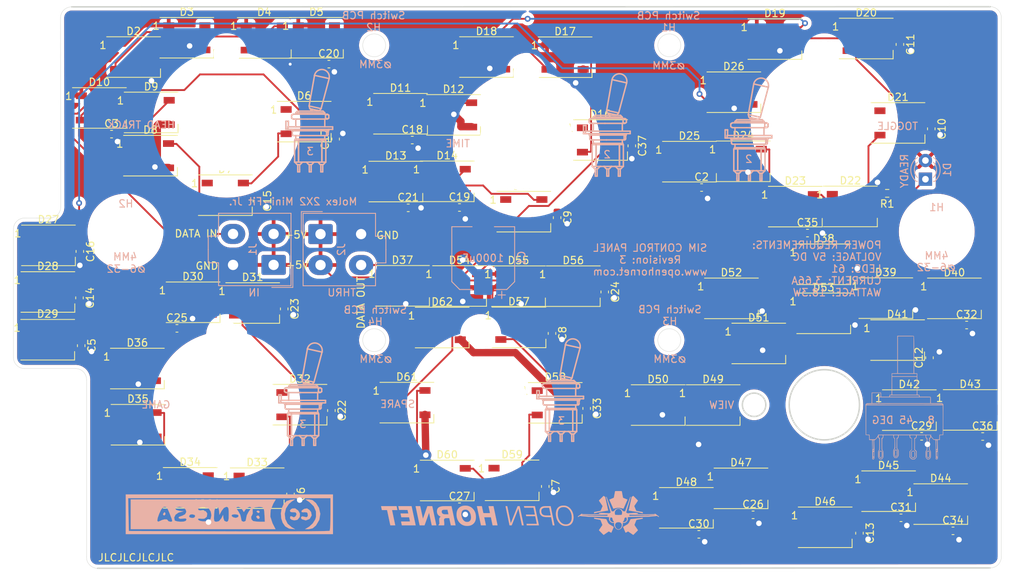
<source format=kicad_pcb>
(kicad_pcb (version 20211014) (generator pcbnew)
  (title_block (title "SIM CONTROL PANEL") (date "2023-02-10") (rev "3"))
  (layers (0 "F.Cu" signal) (31 "B.Cu" signal) (34 "B.Paste" user) (35 "F.Paste" user) (36 "B.SilkS" user "B.Silkscreen") (37 "F.SilkS" user "F.Silkscreen") (38 "B.Mask" user) (39 "F.Mask" user) (44 "Edge.Cuts" user))
  (net 0 "")
  (net 1 "/LEDGND")
  (net 2 "/LED+5V")
  (net 3 "Net-(D1-Pad1)")
  (net 4 "Net-(D2-Pad2)")
  (net 5 "/DATAIN")
  (net 6 "Net-(D3-Pad2)")
  (net 7 "Net-(D4-Pad2)")
  (net 8 "Net-(D5-Pad2)")
  (net 9 "Net-(D6-Pad2)")
  (net 10 "Net-(D7-Pad2)")
  (net 11 "Net-(D8-Pad2)")
  (net 12 "Net-(D10-Pad4)")
  (net 13 "Net-(D10-Pad2)")
  (net 14 "Net-(D11-Pad2)")
  (net 15 "Net-(D12-Pad2)")
  (net 16 "Net-(D14-Pad2)")
  (net 17 "Net-(D15-Pad2)")
  (net 18 "Net-(D16-Pad2)")
  (net 19 "Net-(D17-Pad2)")
  (net 20 "Net-(D18-Pad2)")
  (net 21 "Net-(D19-Pad2)")
  (net 22 "Net-(D20-Pad2)")
  (net 23 "Net-(D21-Pad2)")
  (net 24 "Net-(D22-Pad2)")
  (net 25 "Net-(D23-Pad2)")
  (net 26 "Net-(D24-Pad2)")
  (net 27 "Net-(D26-Pad2)")
  (net 28 "Net-(D27-Pad2)")
  (net 29 "Net-(D28-Pad2)")
  (net 30 "Net-(D29-Pad2)")
  (net 31 "Net-(D30-Pad2)")
  (net 32 "Net-(D31-Pad2)")
  (net 33 "Net-(D32-Pad2)")
  (net 34 "Net-(D33-Pad2)")
  (net 35 "Net-(D34-Pad2)")
  (net 36 "Net-(D35-Pad2)")
  (net 37 "Net-(D36-Pad2)")
  (net 38 "/DATAOUT")
  (net 39 "Net-(D38-Pad2)")
  (net 40 "Net-(D39-Pad2)")
  (net 41 "Net-(D40-Pad2)")
  (net 42 "Net-(D41-Pad2)")
  (net 43 "Net-(D42-Pad2)")
  (net 44 "Net-(D43-Pad2)")
  (net 45 "Net-(D44-Pad2)")
  (net 46 "Net-(D45-Pad2)")
  (net 47 "Net-(D46-Pad2)")
  (net 48 "Net-(D47-Pad2)")
  (net 49 "Net-(D48-Pad2)")
  (net 50 "Net-(D50-Pad2)")
  (net 51 "Net-(D51-Pad2)")
  (net 52 "Net-(D52-Pad2)")
  (net 53 "Net-(D53-Pad2)")
  (net 54 "Net-(D54-Pad2)")
  (net 55 "Net-(D55-Pad2)")
  (net 56 "Net-(D56-Pad2)")
  (net 57 "Net-(D57-Pad2)")
  (net 58 "Net-(D58-Pad2)")
  (net 59 "Net-(D59-Pad2)")
  (net 60 "Net-(D60-Pad2)")
  (net 61 "Net-(D61-Pad2)")
  (net 62 "Net-(D13-Pad2)")
  (net 63 "Net-(D25-Pad2)")
  (net 64 "Net-(D37-Pad2)")
  (net 65 "Net-(D49-Pad2)")
  (footprint "OH_Footprints:LED_WS2812B_PLCC4_5.0x5.0mm_P3.2mm" (layer "F.Cu") (at 97.3836 59.5884)
    (fp_text reference "D2")
    (fp_text value "WS2812B")
  )
  (footprint "OH_Footprints:LED_WS2812B_PLCC4_5.0x5.0mm_P3.2mm" (layer "F.Cu") (at 104.597 56.9722)
    (fp_text reference "D3")
    (fp_text value "WS2812B")
  )
  (footprint "OH_Footprints:LED_WS2812B_PLCC4_5.0x5.0mm_P3.2mm" (layer "F.Cu") (at 115.099 56.9978)
    (fp_text reference "D4")
    (fp_text value "WS2812B")
  )
  (footprint "OH_Footprints:LED_WS2812B_PLCC4_5.0x5.0mm_P3.2mm" (layer "F.Cu") (at 122.16 56.9724)
    (fp_text reference "D5")
    (fp_text value "WS2812B")
  )
  (footprint "OH_Footprints:LED_WS2812B_PLCC4_5.0x5.0mm_P3.2mm" (layer "F.Cu") (at 120.511 68.3512)
    (fp_text reference "D6")
    (fp_text value "WS2812B")
  )
  (footprint "OH_Footprints:LED_WS2812B_PLCC4_5.0x5.0mm_P3.2mm" (layer "F.Cu") (at 109.818 78.3334)
    (fp_text reference "D7")
    (fp_text value "WS2812B")
  )
  (footprint "OH_Footprints:LED_WS2812B_PLCC4_5.0x5.0mm_P3.2mm" (layer "F.Cu") (at 99.6696 72.9742)
    (fp_text reference "D8")
    (fp_text value "WS2812B")
  )
  (footprint "OH_Footprints:LED_WS2812B_PLCC4_5.0x5.0mm_P3.2mm" (layer "F.Cu") (at 99.7596 67.1066)
    (fp_text reference "D9")
    (fp_text value "WS2812B")
  )
  (footprint "OH_Footprints:LED_WS2812B_PLCC4_5.0x5.0mm_P3.2mm" (layer "F.Cu") (at 92.7492 66.497)
    (fp_text reference "D10")
    (fp_text value "WS2812B")
  )
  (footprint "OH_Footprints:LED_WS2812B_PLCC4_5.0x5.0mm_P3.2mm" (layer "F.Cu") (at 133.567 67.2844)
    (fp_text reference "D11")
    (fp_text value "WS2812B")
  )
  (footprint "OH_Footprints:LED_WS2812B_PLCC4_5.0x5.0mm_P3.2mm" (layer "F.Cu") (at 140.755 67.4368)
    (fp_text reference "D12")
    (fp_text value "WS2812B")
  )
  (footprint "OH_Footprints:LED_WS2812B_PLCC4_5.0x5.0mm_P3.2mm" (layer "F.Cu") (at 132.932 76.4792)
    (fp_text reference "D13")
    (fp_text value "WS2812B")
  )
  (footprint "OH_Footprints:LED_WS2812B_PLCC4_5.0x5.0mm_P3.2mm" (layer "F.Cu") (at 139.892 76.4538)
    (fp_text reference "D14")
    (fp_text value "WS2812B")
  )
  (footprint "OH_Footprints:LED_WS2812B_PLCC4_5.0x5.0mm_P3.2mm" (layer "F.Cu") (at 150.28 80.5686)
    (fp_text reference "D15")
    (fp_text value "WS2812B")
  )
  (footprint "OH_Footprints:LED_WS2812B_PLCC4_5.0x5.0mm_P3.2mm" (layer "F.Cu") (at 160.68 70.8406)
    (fp_text reference "D16")
    (fp_text value "WS2812B")
  )
  (footprint "OH_Footprints:LED_WS2812B_PLCC4_5.0x5.0mm_P3.2mm" (layer "F.Cu") (at 155.88 59.6138)
    (fp_text reference "D17")
    (fp_text value "WS2812B")
  )
  (footprint "OH_Footprints:LED_WS2812B_PLCC4_5.0x5.0mm_P3.2mm" (layer "F.Cu") (at 145.226 59.5882)
    (fp_text reference "D18")
    (fp_text value "WS2812B")
  )
  (footprint "OH_Footprints:LED_WS2812B_PLCC4_5.0x5.0mm_P3.2mm" (layer "F.Cu") (at 184.314 57.1498)
    (fp_text reference "D19")
    (fp_text value "WS2812B")
  )
  (footprint "OH_Footprints:LED_WS2812B_PLCC4_5.0x5.0mm_P3.2mm" (layer "F.Cu") (at 196.698 57.0738)
    (fp_text reference "D20")
    (fp_text value "WS2812B")
  )
  (footprint "OH_Footprints:LED_WS2812B_PLCC4_5.0x5.0mm_P3.2mm" (layer "F.Cu") (at 201.004 68.529)
    (fp_text reference "D21")
    (fp_text value "WS2812B")
  )
  (footprint "OH_Footprints:LED_WS2812B_PLCC4_5.0x5.0mm_P3.2mm" (layer "F.Cu") (at 194.552 79.8578)
    (fp_text reference "D22")
    (fp_text value "WS2812B")
  )
  (footprint "OH_Footprints:LED_WS2812B_PLCC4_5.0x5.0mm_P3.2mm" (layer "F.Cu") (at 187.085 79.8828)
    (fp_text reference "D23")
    (fp_text value "WS2812B")
  )
  (footprint "OH_Footprints:LED_WS2812B_PLCC4_5.0x5.0mm_P3.2mm" (layer "F.Cu") (at 180.024 73.736)
    (fp_text reference "D24")
    (fp_text value "WS2812B")
  )
  (footprint "OH_Footprints:LED_WS2812B_PLCC4_5.0x5.0mm_P3.2mm" (layer "F.Cu") (at 172.732 73.7868)
    (fp_text reference "D25")
    (fp_text value "WS2812B")
  )
  (footprint "OH_Footprints:LED_WS2812B_PLCC4_5.0x5.0mm_P3.2mm" (layer "F.Cu") (at 178.754 64.3634)
    (fp_text reference "D26")
    (fp_text value "WS2812B")
  )
  (footprint "OH_Footprints:LED_WS2812B_PLCC4_5.0x5.0mm_P3.2mm" (layer "F.Cu") (at 85.8404 85.1406)
    (fp_text reference "D27")
    (fp_text value "WS2812B")
  )
  (footprint "OH_Footprints:LED_WS2812B_PLCC4_5.0x5.0mm_P3.2mm" (layer "F.Cu") (at 85.7642 91.4652)
    (fp_text reference "D28")
    (fp_text value "WS2812B")
  )
  (footprint "OH_Footprints:LED_WS2812B_PLCC4_5.0x5.0mm_P3.2mm" (layer "F.Cu") (at 85.7388 97.9422)
    (fp_text reference "D29")
    (fp_text value "WS2812B")
  )
  (footprint "OH_Footprints:LED_WS2812B_PLCC4_5.0x5.0mm_P3.2mm" (layer "F.Cu") (at 105.449 92.8622)
    (fp_text reference "D30")
    (fp_text value "WS2812B")
  )
  (footprint "OH_Footprints:LED_WS2812B_PLCC4_5.0x5.0mm_P3.2mm" (layer "F.Cu") (at 113.526 92.9638)
    (fp_text reference "D31")
    (fp_text value "WS2812B")
  )
  (footprint "OH_Footprints:LED_WS2812B_PLCC4_5.0x5.0mm_P3.2mm" (layer "F.Cu") (at 119.939 106.756)
    (fp_text reference "D32")
    (fp_text value "WS2812B")
  )
  (footprint "OH_Footprints:LED_WS2812B_PLCC4_5.0x5.0mm_P3.2mm" (layer "F.Cu") (at 114.136 118.084)
    (fp_text reference "D33")
    (fp_text value "WS2812B")
  )
  (footprint "OH_Footprints:LED_WS2812B_PLCC4_5.0x5.0mm_P3.2mm" (layer "F.Cu") (at 105.054 118.034)
    (fp_text reference "D34")
    (fp_text value "WS2812B")
  )
  (footprint "OH_Footprints:LED_WS2812B_PLCC4_5.0x5.0mm_P3.2mm" (layer "F.Cu") (at 97.9816 109.474)
    (fp_text reference "D35")
    (fp_text value "WS2812B")
  )
  (footprint "OH_Footprints:LED_WS2812B_PLCC4_5.0x5.0mm_P3.2mm" (layer "F.Cu") (at 97.8916 101.854)
    (fp_text reference "D36")
    (fp_text value "WS2812B")
  )
  (footprint "OH_Footprints:LED_WS2812B_PLCC4_5.0x5.0mm_P3.2mm" (layer "F.Cu") (at 133.833 90.6272)
    (fp_text reference "D37")
    (fp_text value "WS2812B")
  )
  (footprint "OH_Footprints:R_0603_1608Metric" (layer "F.Cu") (at 199.542 78.0796 180)
    (fp_text reference "R1")
    (fp_text value "R")
  )
  (footprint "OH_Footprints:LED_WS2812B_PLCC4_5.0x5.0mm_P3.2mm" (layer "F.Cu") (at 190.943 87.706)
    (fp_text reference "D38")
    (fp_text value "WS2812B")
  )
  (footprint "OH_Footprints:LED_WS2812B_PLCC4_5.0x5.0mm_P3.2mm" (layer "F.Cu") (at 199.353 92.3034)
    (fp_text reference "D39")
    (fp_text value "WS2812B")
  )
  (footprint "OH_Footprints:LED_WS2812B_PLCC4_5.0x5.0mm_P3.2mm" (layer "F.Cu") (at 208.649 92.3292)
    (fp_text reference "D40")
    (fp_text value "WS2812B")
  )
  (footprint "OH_Footprints:LED_WS2812B_PLCC4_5.0x5.0mm_P3.2mm" (layer "F.Cu") (at 200.953 97.993)
    (fp_text reference "D41")
    (fp_text value "WS2812B")
  )
  (footprint "OH_Footprints:LED_WS2812B_PLCC4_5.0x5.0mm_P3.2mm" (layer "F.Cu") (at 202.54 107.493)
    (fp_text reference "D42")
    (fp_text value "WS2812B")
  )
  (footprint "OH_Footprints:LED_WS2812B_PLCC4_5.0x5.0mm_P3.2mm" (layer "F.Cu") (at 210.795 107.467)
    (fp_text reference "D43")
    (fp_text value "WS2812B")
  )
  (footprint "OH_Footprints:LED_WS2812B_PLCC4_5.0x5.0mm_P3.2mm" (layer "F.Cu") (at 206.795 120.243)
    (fp_text reference "D44")
    (fp_text value "WS2812B")
  )
  (footprint "OH_Footprints:LED_WS2812B_PLCC4_5.0x5.0mm_P3.2mm" (layer "F.Cu") (at 199.734 118.491)
    (fp_text reference "D45")
    (fp_text value "WS2812B")
  )
  (footprint "OH_Footprints:LED_WS2812B_PLCC4_5.0x5.0mm_P3.2mm" (layer "F.Cu") (at 191.135 123.393)
    (fp_text reference "D46")
    (fp_text value "WS2812B")
  )
  (footprint "OH_Footprints:LED_WS2812B_PLCC4_5.0x5.0mm_P3.2mm" (layer "F.Cu") (at 179.719 118.11)
    (fp_text reference "D47")
    (fp_text value "WS2812B")
  )
  (footprint "OH_Footprints:LED_WS2812B_PLCC4_5.0x5.0mm_P3.2mm" (layer "F.Cu") (at 172.314 120.752)
    (fp_text reference "D48")
    (fp_text value "WS2812B")
  )
  (footprint "OH_Footprints:LED_WS2812B_PLCC4_5.0x5.0mm_P3.2mm" (layer "F.Cu") (at 175.946 106.807)
    (fp_text reference "D49")
    (fp_text value "WS2812B")
  )
  (footprint "OH_Footprints:LED_WS2812B_PLCC4_5.0x5.0mm_P3.2mm" (layer "F.Cu") (at 168.492 106.807)
    (fp_text reference "D50")
    (fp_text value "WS2812B")
  )
  (footprint "OH_Footprints:LED_WS2812B_PLCC4_5.0x5.0mm_P3.2mm" (layer "F.Cu") (at 182.132 98.4502)
    (fp_text reference "D51")
    (fp_text value "WS2812B")
  )
  (footprint "OH_Footprints:LED_WS2812B_PLCC4_5.0x5.0mm_P3.2mm" (layer "F.Cu") (at 178.423 92.3288)
    (fp_text reference "D52")
    (fp_text value "WS2812B")
  )
  (footprint "OH_Footprints:LED_WS2812B_PLCC4_5.0x5.0mm_P3.2mm" (layer "F.Cu") (at 190.932 94.361)
    (fp_text reference "D53")
    (fp_text value "WS2812B")
  )
  (footprint "OH_Footprints:LED_WS2812B_PLCC4_5.0x5.0mm_P3.2mm" (layer "F.Cu") (at 141.568 90.6528)
    (fp_text reference "D54")
    (fp_text value "WS2812B")
  )
  (footprint "OH_Footprints:LED_WS2812B_PLCC4_5.0x5.0mm_P3.2mm" (layer "F.Cu") (at 149.555 90.678)
    (fp_text reference "D55")
    (fp_text value "WS2812B")
  )
  (footprint "OH_Footprints:LED_WS2812B_PLCC4_5.0x5.0mm_P3.2mm" (layer "F.Cu") (at 156.986 90.6778)
    (fp_text reference "D56")
    (fp_text value "WS2812B")
  )
  (footprint "OH_Footprints:LED_WS2812B_PLCC4_5.0x5.0mm_P3.2mm" (layer "F.Cu") (at 149.62 96.2658)
    (fp_text reference "D57")
    (fp_text value "WS2812B")
  )
  (footprint "OH_Footprints:LED_WS2812B_PLCC4_5.0x5.0mm_P3.2mm" (layer "F.Cu") (at 154.547 106.502)
    (fp_text reference "D58")
    (fp_text value "WS2812B")
  )
  (footprint "OH_Footprints:LED_WS2812B_PLCC4_5.0x5.0mm_P3.2mm" (layer "F.Cu") (at 148.692 117.018)
    (fp_text reference "D59")
    (fp_text value "WS2812B")
  )
  (footprint "OH_Footprints:LED_WS2812B_PLCC4_5.0x5.0mm_P3.2mm" (layer "F.Cu") (at 139.892 117.043)
    (fp_text reference "D60")
    (fp_text value "WS2812B")
  )
  (footprint "OH_Footprints:LED_WS2812B_PLCC4_5.0x5.0mm_P3.2mm" (layer "F.Cu") (at 134.431 106.477)
    (fp_text reference "D61")
    (fp_text value "WS2812B")
  )
  (footprint "OH_Footprints:LED_WS2812B_PLCC4_5.0x5.0mm_P3.2mm" (layer "F.Cu") (at 139.217 96.2914)
    (fp_text reference "D62")
    (fp_text value "WS2812B")
  )
  (footprint "Kicad Footprint Files:100SpxToggle" (layer "F.Cu") (at 121.844 69.5706)
    (fp_text reference "G1" hide)
    (fp_text value "LOGO" hide)
  )
  (footprint "Kicad Footprint Files:100SpxToggle" (layer "F.Cu") (at 162.179 70.1548)
    (fp_text reference "G2" hide)
    (fp_text value "LOGO" hide)
  )
  (footprint "Kicad Footprint Files:100SpxToggle" (layer "F.Cu") (at 120.879 106.68)
    (fp_text reference "G4" hide)
    (fp_text value "LOGO" hide)
  )
  (footprint "Kicad Footprint Files:100SpxToggle" (layer "F.Cu") (at 155.854 106.121)
    (fp_text reference "G5" hide)
    (fp_text value "LOGO" hide)
  )
  (footprint "Kicad Footprint Files:100SpxToggle" (layer "F.Cu") (at 181.381 70.739)
    (fp_text reference "G3" hide)
    (fp_text value "LOGO" hide)
  )
  (footprint "OH_Footprints:C_0603_1608Metric" (layer "F.Cu") (at 174.3825 77.29)
    (fp_text reference "C2")
    (fp_text value "C")
  )
  (footprint "OH_Footprints:C_0603_1608Metric" (layer "F.Cu") (at 94.4 70.05)
    (fp_text reference "C3")
    (fp_text value "C")
  )
  (footprint "OH_Footprints:C_0603_1608Metric" (layer "F.Cu") (at 90.2792 98.7501 -90)
    (fp_text reference "C5")
    (fp_text value "C")
  )
  (footprint "OH_Footprints:C_0603_1608Metric" (layer "F.Cu") (at 118.656 118.895 -90)
    (fp_text reference "C6")
    (fp_text value "C")
  )
  (footprint "OH_Footprints:C_0603_1608Metric" (layer "F.Cu") (at 153.19 117.848 -90)
    (fp_text reference "C7")
    (fp_text value "C")
  )
  (footprint "OH_Footprints:C_0603_1608Metric" (layer "F.Cu") (at 154.104 97.084 -90)
    (fp_text reference "C8")
    (fp_text value "C")
  )
  (footprint "OH_Footprints:C_0603_1608Metric" (layer "F.Cu") (at 154.795 81.379 -90)
    (fp_text reference "C9")
    (fp_text value "C")
  )
  (footprint "OH_Footprints:C_0603_1608Metric" (layer "F.Cu") (at 205.519 69.3292 -90)
    (fp_text reference "C10")
    (fp_text value "C")
  )
  (footprint "OH_Footprints:C_0603_1608Metric" (layer "F.Cu") (at 201.267 57.8763 -90)
    (fp_text reference "C11")
    (fp_text value "C")
  )
  (footprint "OH_Footprints:C_0603_1608Metric" (layer "F.Cu") (at 195.783 124.191 -90)
    (fp_text reference "C13")
    (fp_text value "C")
  )
  (footprint "OH_Backlighting:100SPX_Toggle_13mm_x_18mm" (layer "F.Cu") (at 109.996995 68.670097 180)
    (fp_text reference "1" hide)
    (fp_text value "100SPX_Toggle_13mm_x_18mm" hide)
  )
  (footprint "OH_Backlighting:100SPX_Toggle_13mm_x_18mm" (layer "F.Cu") (at 150.636995 71.337097 180)
    (fp_text reference "2" hide)
    (fp_text value "100SPX_Toggle_13mm_x_18mm" hide)
  )
  (footprint "OH_Backlighting:100SPX_Toggle_13mm_x_18mm" (layer "F.Cu") (at 191.022995 68.670097 180)
    (fp_text reference "3" hide)
    (fp_text value "100SPX_Toggle_13mm_x_18mm" hide)
  )
  (footprint "OH_Backlighting:100SPX_Toggle_13mm_x_18mm" (layer "F.Cu") (at 109.996995 106.770097 180)
    (fp_text reference "4" hide)
    (fp_text value "100SPX_Toggle_13mm_x_18mm" hide)
  )
  (footprint "OH_Backlighting:100SPX_Toggle_13mm_x_18mm" (layer "F.Cu") (at 144.436009 106.770097 180)
    (fp_text reference "5" hide)
    (fp_text value "100SPX_Toggle_13mm_x_18mm" hide)
  )
  (footprint "OH_Backlighting:OH_Panel_6-32_PHS" (layer "F.Cu") (at 206.262994 83.275097)
    (fp_text reference "6" hide)
    (fp_text value "OH_Panel_Fastner_Keepout" hide)
  )
  (footprint "OH_Backlighting:OH_Panel_6-32_PHS" (layer "F.Cu") (at 96.280995 83.275097)
    (fp_text reference "7" hide)
    (fp_text value "OH_Panel_Fastner_Keepout" hide)
  )
  (footprint "OH_Footprints:C_0603_1608Metric" (layer "F.Cu") (at 90.05 92.2625 -90)
    (fp_text reference "C14")
    (fp_text value "C")
  )
  (footprint "OH_Footprints:C_0603_1608Metric" (layer "F.Cu") (at 114.1 79.1125 -90)
    (fp_text reference "C15")
    (fp_text value "C")
  )
  (footprint "OH_Footprints:C_0603_1608Metric" (layer "F.Cu") (at 90.1 85.9625 -90)
    (fp_text reference "C16")
    (fp_text value "C")
  )
  (footprint "OH_Footprints:C_0603_1608Metric" (layer "F.Cu") (at 124.77 70.7175 90)
    (fp_text reference "C17")
    (fp_text value "C")
  )
  (footprint "OH_Footprints:C_0603_1608Metric" (layer "F.Cu") (at 135.1625 70.85)
    (fp_text reference "C18")
    (fp_text value "C")
  )
  (footprint "OH_Footprints:C_0603_1608Metric" (layer "F.Cu") (at 141.5625 80)
    (fp_text reference "C19")
    (fp_text value "C")
  )
  (footprint "OH_Footprints:C_0603_1608Metric" (layer "F.Cu") (at 123.8625 60.55)
    (fp_text reference "C20")
    (fp_text value "C")
  )
  (footprint "OH_Footprints:C_0603_1608Metric" (layer "F.Cu") (at 134.6125 80.05)
    (fp_text reference "C21")
    (fp_text value "C")
  )
  (footprint "OH_Footprints:C_0603_1608Metric" (layer "F.Cu") (at 124.2 107.55 -90)
    (fp_text reference "C22")
    (fp_text value "C")
  )
  (footprint "OH_Footprints:C_0603_1608Metric" (layer "F.Cu") (at 117.8 93.7625 -90)
    (fp_text reference "C23")
    (fp_text value "C")
  )
  (footprint "OH_Footprints:C_0603_1608Metric" (layer "F.Cu") (at 161.25 91.4625 -90)
    (fp_text reference "C24")
    (fp_text value "C")
  )
  (footprint "OH_Footprints:C_0603_1608Metric" (layer "F.Cu") (at 103.2625 96.4)
    (fp_text reference "C25")
    (fp_text value "C")
  )
  (footprint "OH_Footprints:C_0603_1608Metric" (layer "F.Cu") (at 181.3625 121.7)
    (fp_text reference "C26")
    (fp_text value "C")
  )
  (footprint "OH_Footprints:C_0603_1608Metric" (layer "F.Cu") (at 141.5625 120.6)
    (fp_text reference "C27")
    (fp_text value "C")
  )
  (footprint "OH_Footprints:C_0603_1608Metric" (layer "F.Cu") (at 106.75 121.65)
    (fp_text reference "C28")
    (fp_text value "C")
  )
  (footprint "OH_Footprints:C_0603_1608Metric" (layer "F.Cu") (at 174.0125 124.35)
    (fp_text reference "C30")
    (fp_text value "C")
  )
  (footprint "OH_Footprints:C_0603_1608Metric" (layer "F.Cu") (at 201.4125 122.1)
    (fp_text reference "C31")
    (fp_text value "C")
  )
  (footprint "OH_Footprints:C_0603_1608Metric" (layer "F.Cu") (at 210.3125 95.95)
    (fp_text reference "C32")
    (fp_text value "C")
  )
  (footprint "OH_Footprints:C_0603_1608Metric" (layer "F.Cu") (at 158.8 107.2625 -90)
    (fp_text reference "C33")
    (fp_text value "C")
  )
  (footprint "OH_Footprints:C_0603_1608Metric" (layer "F.Cu") (at 208.4625 123.875)
    (fp_text reference "C34")
    (fp_text value "C")
  )
  (footprint "OH_Footprints:C_0603_1608Metric" (layer "F.Cu") (at 188.7375 83.475)
    (fp_text reference "C35")
    (fp_text value "C")
  )
  (footprint "OH_Footprints:C_0603_1608Metric" (layer "F.Cu") (at 212.4875 111.075)
    (fp_text reference "C36")
    (fp_text value "C")
  )
  (footprint "OH_Footprints:C_0603_1608Metric" (layer "F.Cu") (at 164.925 71.6375 -90)
    (fp_text reference "C37")
    (fp_text value "C")
  )
  (footprint "OH_Footprints:C_0603_1608Metric" (layer "F.Cu") (at 204.2125 111.05)
    (fp_text reference "C29")
    (fp_text value "C")
  )
  (footprint "OH_Footprints:C_0603_1608Metric" (layer "F.Cu") (at 205.275 100.3875 90)
    (fp_text reference "C12")
    (fp_text value "C")
  )
  (footprint "OH_Footprints:CP_Elec_8x10" (layer "B.Cu") (at 144.78 86.868 90)
    (fp_text reference "C1")
    (fp_text value "C_Polarized")
  )
  (footprint "OH_Footprints:LED_D3.0mm" (layer "B.Cu") (at 204.725 76.165 90)
    (fp_text reference "D1")
    (fp_text value "LED")
  )
  (footprint "OH_Footprints:Molex_Mini-Fit_Jr_5566-04A_2x02_P4.20mm_Vertical" (layer "B.Cu") (at 116.365 87.7926 90)
    (fp_text reference "J1")
    (fp_text value "Conn_01x04_Female")
  )
  (footprint "OH_Footprints:Molex_Mini-Fit_Jr_5566-04A_2x02_P4.20mm_Vertical" (layer "B.Cu") (at 122.725 83.6092 -90)
    (fp_text reference "J2")
    (fp_text value "Conn_01x04_Female")
  )
  (footprint "OH_General:OH_LOGO_37.7mm_5.9mm" (layer "B.Cu") (at 149.775 121.45 180)
    (fp_text reference "G***" hide)
    (fp_text value "LOGO" hide)
  )
  (footprint "OH_General:CC-BY-NC-SA-Small" (layer "B.Cu") (at 110.45 121.625 180)
    (fp_text reference "G***" hide)
    (fp_text value "LOGO" hide)
  )
  (footprint "OH_Backlighting:A12505RNZQ - SWITCH, ROTARY, 45 DEG" (layer "B.Cu") (at 201.9 105.775 180)
    (fp_text reference "G***" hide)
    (fp_text value "LOGO" hide)
  )
  (gr_arc (start 213.512399 52.755424) (mid 214.584149 53.20641) (end 215.010999 54.287999) (layer "Edge.Cuts") (width 0.05))
  (gr_circle (center 170 58) (end 171.55 58) (layer "Edge.Cuts") (width 0.05) (fill none))
  (gr_circle (center 130 58) (end 131.55 58) (layer "Edge.Cuts") (width 0.05) (fill none))
  (gr_arc (start 87.503376 79.933799) (mid 87.05239 81.005549) (end 85.970801 81.432399) (layer "Edge.Cuts") (width 0.05))
  (gr_line (start 87.477224 54.279801) (end 87.503376 79.933799) (layer "Edge.Cuts") (width 0.05))
  (gr_arc (start 89.509599 101.853624) (mid 90.581349 102.30461) (end 91.008199 103.386199) (layer "Edge.Cuts") (width 0.05))
  (gr_arc (start 82.600801 101.854376) (mid 81.529051 101.40339) (end 81.102201 100.321801) (layer "Edge.Cuts") (width 0.05))
  (gr_arc (start 92.506801 128.956176) (mid 91.435051 128.50519) (end 91.008201 127.423601) (layer "Edge.Cuts") (width 0.05))
  (gr_circle (center 130 98) (end 131.55 98) (layer "Edge.Cuts") (width 0.05) (fill none))
  (gr_arc (start 81.101824 82.931001) (mid 81.55281 81.859251) (end 82.634399 81.432401) (layer "Edge.Cuts") (width 0.05))
  (gr_circle (center 191.022995 106.770097) (end 195.785495 106.770097) (layer "Edge.Cuts") (width 0.2) (fill none))
  (gr_line (start 81.101824 82.931001) (end 81.102201 100.321801) (layer "Edge.Cuts") (width 0.05))
  (gr_circle (center 181.497995 106.770097) (end 183.085494 106.770097) (layer "Edge.Cuts") (width 0.2) (fill none))
  (gr_arc (start 215.011376 127.406399) (mid 214.56039 128.478149) (end 213.478801 128.904999) (layer "Edge.Cuts") (width 0.05))
  (gr_line (start 215.010999 54.287999) (end 215.011376 127.406399) (layer "Edge.Cuts") (width 0.05))
  (gr_line (start 85.970801 81.432399) (end 82.634399 81.432401) (layer "Edge.Cuts") (width 0.05))
  (gr_line (start 213.478801 128.904999) (end 92.506801 128.956176) (layer "Edge.Cuts") (width 0.2))
  (gr_circle (center 170 98) (end 171.55 98) (layer "Edge.Cuts") (width 0.05) (fill none))
  (gr_arc (start 87.477224 54.279801) (mid 87.92821 53.208051) (end 89.009799 52.781201) (layer "Edge.Cuts") (width 0.05))
  (gr_line (start 89.009799 52.781201) (end 213.512399 52.755424) (layer "Edge.Cuts") (width 0.2))
  (gr_line (start 82.600801 101.854376) (end 89.509599 101.853624) (layer "Edge.Cuts") (width 0.05))
  (gr_line (start 91.008199 103.386199) (end 91.008201 127.423601) (layer "Edge.Cuts") (width 0.05))
  (gr_text "POWER REQUIREMENTS:\nVOLTAGE: 5V DC\nLEDS: 61\nCURRENT: 3.66A\nWATTAGE: 18.3W" (at 198.85914 88.31938) (layer "B.SilkS") (effects (font (size 1 1)) (justify left mirror)))
  (gr_text "⌀3MM" (at 169.9514 60.7568) (layer "B.SilkS") (effects (font (size 1 1)) (justify mirror)))
  (gr_text "TIME" (at 141.3256 71.3232) (layer "B.SilkS") (effects (font (size 1 1)) (justify mirror)))
  (gr_text "VIEW" (at 177.1 106.8) (layer "B.SilkS") (effects (font (size 1 1)) (justify mirror)))
  (gr_text "1000uF" (at 144.78 86.868) (layer "B.SilkS") (effects (font (size 1 1)) (justify mirror)))
  (gr_text "GAME" (at 100.4062 106.7562) (layer "B.SilkS") (effects (font (size 1 1)) (justify mirror)))
  (gr_text "Switch PCB\nH3" (at 170.0784 94.6404) (layer "B.SilkS") (effects (font (size 1 1)) (justify mirror)))
  (gr_text "3" (at 121.3104 72.39) (layer "B.SilkS") (effects (font (size 1 1)) (justify mirror)))
  (gr_text "HEAD TRACK" (at 98.375 68.8) (layer "B.SilkS") (effects (font (size 1 1)) (justify mirror)))
  (gr_text "READY" (at 201.875 75.05 90) (layer "B.SilkS") (effects (font (size 1 1)) (justify mirror)))
  (gr_text "3" (at 120.3198 109.3978) (layer "B.SilkS") (effects (font (size 1 1)) (justify mirror)))
  (gr_text "8" (at 205.5 108.85) (layer "B.SilkS") (effects (font (size 1 1)) (justify mirror)))
  (gr_text "Molex 2X2 Mini-Fit Jr." (at 119 79.2) (layer "B.SilkS") (effects (font (size 1 1)) (justify mirror)))
  (gr_text "THRU" (at 125.6 91.55) (layer "B.SilkS") (effects (font (size 1 1)) (justify mirror)))
  (gr_text "SIM CONTROL PANEL\nRevision: 3\nwww.openhornet.com" (at 167.4114 87.0966) (layer "B.SilkS") (effects (font (size 1 1)) (justify mirror)))
  (gr_text "2" (at 180.7718 73.4314) (layer "B.SilkS") (effects (font (size 1 1)) (justify mirror)))
  (gr_text "⌀3MM" (at 130.2512 100.5586) (layer "B.SilkS") (effects (font (size 1 1)) (justify mirror)))
  (gr_text "2" (at 161.5694 72.8218) (layer "B.SilkS") (effects (font (size 1 1)) (justify mirror)))
  (gr_text "⌀3MM" (at 170.1038 100.5586) (layer "B.SilkS") (effects (font (size 1 1)) (justify mirror)))
  (gr_text "Switch PCB\nH4" (at 130.1496 94.6912) (layer "B.SilkS") (effects (font (size 1 1)) (justify mirror)))
  (gr_text "3" (at 155.3718 108.9406) (layer "B.SilkS") (effects (font (size 1 1)) (justify mirror)))
  (gr_text "Switch PCB\nH2" (at 129.921 54.7624) (layer "B.SilkS") (effects (font (size 1 1)) (justify mirror)))
  (gr_text "SPARE" (at 133.175 106.675) (layer "B.SilkS") (effects (font (size 1 1)) (justify mirror)))
  (gr_text "45 DEG" (at 200.275 108.85) (layer "B.SilkS") (effects (font (size 1 1)) (justify mirror)))
  (gr_text "IN" (at 113.725 91.55) (layer "B.SilkS") (effects (font (size 1 1)) (justify mirror)))
  (gr_text "⌀3MM" (at 130.2004 60.579) (layer "B.SilkS") (effects (font (size 1 1)) (justify mirror)))
  (gr_text "Switch PCB\nH1" (at 169.9006 54.7878) (layer "B.SilkS") (effects (font (size 1 1)) (justify mirror)))
  (gr_text "TOGGLE" (at 200.95 68.975) (layer "B.SilkS") (effects (font (size 1 1)) (justify mirror)))
  (gr_text "+5V" (at 119.575 87.8) (layer "F.SilkS") (effects (font (size 1 1))))
  (gr_text "+5V" (at 119.35 83.7) (layer "F.SilkS") (effects (font (size 1 1))))
  (gr_text "DATA IN" (at 105.85 83.55) (layer "F.SilkS") (effects (font (size 1 1))))
  (gr_text "JLCJLCJLCJLC" (at 97.725 127.5) (layer "F.SilkS") (effects (font (size 1 1))))
  (gr_text "GND" (at 107.325 87.925) (layer "F.SilkS") (effects (font (size 1 1))))
  (gr_text "GND" (at 131.825 83.775) (layer "F.SilkS") (effects (font (size 1 1))))
  (gr_text "DATA OUT" (at 128.2 92.925 90) (layer "F.SilkS") (effects (font (size 1 1))))
  (segment (start 137 113.6) (end 136.881 113.481) (width 1) (layer "F.Cu") (net 1))
  (segment (start 91.6876 99.5376) (end 91.6876 99.5376) (width 1) (layer "F.Cu") (net 1))
  (segment (start 91.35 93.05) (end 91.35 93.05) (width 1) (layer "F.Cu") (net 1))
  (segment (start 90.1 87.85) (end 90.1 87.85) (width 1) (layer "F.Cu") (net 1))
  (segment (start 95.2 71.05) (end 95.1875 71.0375) (width 1) (layer "F.Cu") (net 1))
  (segment (start 115.4 79.9) (end 115.45 79.9) (width 1) (layer "F.Cu") (net 1))
  (segment (start 125.75 69.95) (end 125.75 69.95) (width 1) (layer "F.Cu") (net 1))
  (segment (start 124.6 61.6) (end 124.65 61.55) (width 1) (layer "F.Cu") (net 1))
  (segment (start 135.95 71.95) (end 135.95 71.95) (width 1) (layer "F.Cu") (net 1))
  (segment (start 136.35 80.05) (end 136.35 80.05) (width 1) (layer "F.Cu") (net 1))
  (segment (start 142.35 81.55) (end 142.35 81.55) (width 1) (layer "F.Cu") (net 1))
  (segment (start 156.15 82.2) (end 156.0665 82.1665) (width 1) (layer "F.Cu") (net 1))
  (segment (start 119.05 94.55) (end 119.05 94.55) (width 1) (layer "F.Cu") (net 1))
  (segment (start 105.375 95.075) (end 104.05 96.4) (width 1) (layer "F.Cu") (net 1))
  (segment (start 107.5375 122.6875) (end 107.5375 122.6875) (width 1) (layer "F.Cu") (net 1))
  (segment (start 119.9 119.7) (end 119.8825 119.6825) (width 1) (layer "F.Cu") (net 1))
  (segment (start 125.4125 108.3375) (end 125.4125 108.3375) (width 1) (layer "F.Cu") (net 1))
  (segment (start 182.15 122.85) (end 182.15 122.85) (width 1) (layer "F.Cu") (net 1))
  (segment (start 174.8 125.35) (end 174.8 125.35) (width 1) (layer "F.Cu") (net 1))
  (segment (start 160.05 108.05) (end 160.05 108.05) (width 1) (layer "F.Cu") (net 1))
  (segment (start 155.45 97.9) (end 155.4215 97.8715) (width 1) (layer "F.Cu") (net 1))
  (segment (start 162.55 92.25) (end 162.55 92.25) (width 1) (layer "F.Cu") (net 1))
  (segment (start 154.3 118.65) (end 154.2855 118.6355) (width 1) (layer "F.Cu") (net 1))
  (segment (start 142.35 121.65) (end 142.35 121.65) (width 1) (layer "F.Cu") (net 1))
  (segment (start 196.95 125) (end 196.9285 124.9785) (width 1) (layer "F.Cu") (net 1))
  (segment (start 202.2 123.15) (end 202.2 123.15) (width 1) (layer "F.Cu") (net 1))
  (segment (start 209.275 125.075) (end 209.25 125.05) (width 1) (layer "F.Cu") (net 1))
  (segment (start 213.275 112.25) (end 213.275 112.25) (width 1) (layer "F.Cu") (net 1))
  (segment (start 205 112.125) (end 205 112.125) (width 1) (layer "F.Cu") (net 1))
  (segment (start 211.1 97.1) (end 211.1 97.1) (width 1) (layer "F.Cu") (net 1))
  (segment (start 206.6141 99.5859) (end 206.6141 99.5859) (width 1) (layer "F.Cu") (net 1))
  (segment (start 203.375 93.9) (end 203.3716 93.9034) (width 1) (layer "F.Cu") (net 1))
  (segment (start 195.175 95.95) (end 195.164 95.961) (width 1) (layer "F.Cu") (net 1))
  (segment (start 195.475 88.275) (end 195.475 88.275) (width 1) (layer "F.Cu") (net 1))
  (segment (start 190.775 83.475) (end 190.775 83.475) (width 1) (layer "F.Cu") (net 1))
  (segment (start 206.725 70.125) (end 206.7167 70.1167) (width 1) (layer "F.Cu") (net 1))
  (segment (start 202.75 58.725) (end 202.6888 58.6638) (width 1) (layer "F.Cu") (net 1))
  (segment (start 164.925 73.375) (end 164.925 73.375) (width 1) (layer "F.Cu") (net 1))
  (segment (start 118.61 60.56) (end 118.61 60.56) (width 1) (layer "F.Cu") (net 1))
  (segment (start 175.19 78.77) (end 175.17 78.75) (width 1) (layer "F.Cu") (net 1))
  (segment (start 99.81 62.81) (end 99.8336 62.7864) (width 1) (layer "F.Cu") (net 1))
  (segment (start 203.403 99.593) (end 205.4819 99.593) (width 1) (layer "F.Cu") (net 1))
  (segment (start 135.382 80.032) (end 135.4 80.05) (width 1) (layer "F.Cu") (net 1))
  (segment (start 183.1317 99.8443) (end 183.1317 100.0502) (width 1) (layer "F.Cu") (net 1))
  (segment (start 124.65 60.55) (end 124.6 61.6) (width 1) (layer "F.Cu") (net 1))
  (segment (start 182.4464 94.0519) (end 182.3233 93.9288) (width 1) (layer "F.Cu") (net 1))
  (segment (start 100.5987 74.5036) (end 100.5987 68.8672) (width 1) (layer "F.Cu") (net 1))
  (segment (start 142.0773 92.7432) (end 142.5677 92.2528) (width 1) (layer "F.Cu") (net 1))
  (segment (start 204.99 109.093) (end 204.99 111.04) (width 1) (layer "F.Cu") (net 1))
  (segment (start 90.0906 86.7406) (end 90.1 86.75) (width 1) (layer "F.Cu") (net 1))
  (segment (start 209.245 123.87) (end 209.25 123.875) (width 1) (layer "F.Cu") (net 1))
  (segment (start 163.13 72.4406) (end 164.9094 72.4406) (width 1) (layer "F.Cu") (net 1))
  (segment (start 102.1196 74.5742) (end 100.6693 74.5742) (width 1) (layer "F.Cu") (net 1))
  (segment (start 144.018 92.2528) (end 142.5677 92.2528) (width 1) (layer "F.Cu") (net 1))
  (segment (start 141.667 97.8914) (end 143.4712 99.6956) (width 1) (layer "F.Cu") (net 1))
  (segment (start 140.7986 67.3607) (end 141.7547 68.3168) (width 1) (layer "F.Cu") (net 1))
  (segment (start 205.5067 70.129) (end 205.519 70.1167) (width 1) (layer "F.Cu") (net 1))
  (segment (start 107.504 121.6165) (end 107.5375 121.65) (width 1) (layer "F.Cu") (net 1))
  (segment (start 174.8 124.35) (end 174.8 125.35) (width 1) (layer "F.Cu") (net 1))
  (segment (start 136.881 108.077) (end 137 113.6) (width 1) (layer "F.Cu") (net 1))
  (segment (start 152.73 82.1686) (end 154.7929 82.1686) (width 1) (layer "F.Cu") (net 1))
  (segment (start 151.142 118.618) (end 153.1725 118.618) (width 1) (layer "F.Cu") (net 1))
  (segment (start 202.2 122.1) (end 202.2 123.15) (width 1) (layer "F.Cu") (net 1))
  (segment (start 117.7862 94.5638) (end 117.8 94.55) (width 1) (layer "F.Cu") (net 1))
  (segment (start 146.1641 61.1266) (end 146.2257 61.1882) (width 1) (layer "F.Cu") (net 1))
  (segment (start 174.764 122.352) (end 174.764 124.314) (width 1) (layer "F.Cu") (net 1))
  (segment (start 158.33 61.2138) (end 158.33 62.0736) (width 1) (layer "F.Cu") (net 1))
  (segment (start 193.406 89.306) (end 194.437 88.275) (width 1) (layer "F.Cu") (net 1))
  (segment (start 95.1875 70.05) (end 95.2 71.05) (width 1) (layer "F.Cu") (net 1))
  (segment (start 117.549 58.5978) (end 117.549 59.499) (width 1) (layer "F.Cu") (net 1))
  (segment (start 170.942 108.407) (end 169.4917 108.407) (width 1) (layer "F.Cu") (net 1))
  (segment (start 213.275 111.075) (end 213.275 112.25) (width 1) (layer "F.Cu") (net 1))
  (segment (start 201.267 58.6638) (end 202.75 58.725) (width 1) (layer "F.Cu") (net 1))
  (segment (start 135.382 78.0792) (end 135.382 80.032) (width 1) (layer "F.Cu") (net 1))
  (segment (start 100.5987 68.8672) (end 100.7593 68.7066) (width 1) (layer "F.Cu") (net 1))
  (segment (start 197.002 81.4578) (end 198.4523 81.4578) (width 1) (layer "F.Cu") (net 1))
  (segment (start 180.6679 75.2053) (end 180.893 75.2053) (width 1) (layer "F.Cu") (net 1))
  (segment (start 145.6685 61.1266) (end 146.1641 61.1266) (width 1) (layer "F.Cu") (net 1))
  (segment (start 211.1 95.95) (end 211.1 93.9302) (width 1) (layer "F.Cu") (net 1))
  (segment (start 116.586 119.684) (end 118.6545 119.684) (width 1) (layer "F.Cu") (net 1))
  (segment (start 180.893 75.2053) (end 181.0237 75.336) (width 1) (layer "F.Cu") (net 1))
  (segment (start 180.873 93.9288) (end 182.3233 93.9288) (width 1) (layer "F.Cu") (net 1))
  (segment (start 98.0248 103.9638) (end 98.3815 103.9638) (width 1) (layer "F.Cu") (net 1))
  (segment (start 107.5375 121.65) (end 107.5375 122.6875) (width 1) (layer "F.Cu") (net 1))
  (segment (start 154.0983 97.8658) (end 154.104 97.8715) (width 1) (layer "F.Cu") (net 1))
  (segment (start 124.2 108.3375) (end 125.4125 108.3375) (width 1) (layer "F.Cu") (net 1))
  (segment (start 90.0348 93.0652) (end 90.05 93.05) (width 1) (layer "F.Cu") (net 1))
  (segment (start 159.4638 92.25) (end 159.436 92.2778) (width 1) (layer "F.Cu") (net 1))
  (segment (start 142.342 78.0538) (end 142.342 79.992) (width 1) (layer "F.Cu") (net 1))
  (segment (start 114.1 79.9) (end 112.3014 79.9) (width 1) (layer "F.Cu") (net 1))
  (segment (start 211.1 95.95) (end 211.1 97.1) (width 1) (layer "F.Cu") (net 1))
  (segment (start 107.504 119.634) (end 107.504 121.6165) (width 1) (layer "F.Cu") (net 1))
  (segment (start 134.2783 93.0689) (end 134.8327 92.5145) (width 1) (layer "F.Cu") (net 1))
  (segment (start 149.131 99.6956) (end 155.5467 106.1113) (width 1) (layer "F.Cu") (net 1))
  (segment (start 195.7685 124.993) (end 195.783 124.9785) (width 1) (layer "F.Cu") (net 1))
  (segment (start 142.35 80) (end 142.35 81.55) (width 1) (layer "F.Cu") (net 1))
  (segment (start 178.7973 66.5468) (end 179.1703 66.5468) (width 1) (layer "F.Cu") (net 1))
  (segment (start 174.764 124.314) (end 174.8 124.35) (width 1) (layer "F.Cu") (net 1))
  (segment (start 186.764 58.7498) (end 185.3137 58.7498) (width 1) (layer "F.Cu") (net 1))
  (segment (start 194.437 88.275) (end 195.475 88.275) (width 1) (layer "F.Cu") (net 1))
  (segment (start 203.454 70.129) (end 205.5067 70.129) (width 1) (layer "F.Cu") (net 1))
  (segment (start 202.184 120.091) (end 202.184 122.084) (width 1) (layer "F.Cu") (net 1))
  (segment (start 169.216 108.1313) (end 169.4917 108.407) (width 1) (layer "F.Cu") (net 1))
  (segment (start 158.748 108.102) (end 158.8 108.05) (width 1) (layer "F.Cu") (net 1))
  (segment (start 178.396 108.407) (end 176.9457 108.407) (width 1) (layer "F.Cu") (net 1))
  (segment (start 179.1703 66.5468) (end 179.7537 65.9634) (width 1) (layer "F.Cu") (net 1))
  (segment (start 154.795 82.1665) (end 156.15 82.2) (width 1) (layer "F.Cu") (net 1))
  (segment (start 136.017 68.8844) (end 136.017 70.783) (width 1) (layer "F.Cu") (net 1))
  (segment (start 182.6567 99.3693) (end 183.1317 99.8443) (width 1) (layer "F.Cu") (net 1))
  (segment (start 169.0711 108.1313) (end 169.216 108.1313) (width 1) (layer "F.Cu") (net 1))
  (segment (start 189.535 83.465) (end 189.525 83.475) (width 1) (layer "F.Cu") (net 1))
  (segment (start 98.3815 103.9638) (end 98.8913 103.454) (width 1) (layer "F.Cu") (net 1))
  (segment (start 136.283 92.2272) (end 134.8327 92.2272) (width 1) (layer "F.Cu") (net 1))
  (segment (start 122.389 108.356) (end 124.1815 108.356) (width 1) (layer "F.Cu") (net 1))
  (segment (start 124.61 60.51) (end 124.65 60.55) (width 1) (layer "F.Cu") (net 1))
  (segment (start 154.7929 82.1686) (end 154.795 82.1665) (width 1) (layer "F.Cu") (net 1))
  (segment (start 185.2975 58.7336) (end 185.3137 58.7498) (width 1) (layer "F.Cu") (net 1))
  (segment (start 147.676 61.1882) (end 146.2257 61.1882) (width 1) (layer "F.Cu") (net 1))
  (segment (start 199.148 58.6738) (end 201.257 58.6738) (width 1) (layer "F.Cu") (net 1))
  (segment (start 124.1815 108.356) (end 124.2 108.3375) (width 1) (layer "F.Cu") (net 1))
  (segment (start 152.07 97.8658) (end 154.0983 97.8658) (width 1) (layer "F.Cu") (net 1))
  (segment (start 114.1 79.9) (end 115.4 79.9) (width 1) (layer "F.Cu") (net 1))
  (segment (start 90.1 86.75) (end 90.1 87.85) (width 1) (layer "F.Cu") (net 1))
  (segment (start 161.25 92.25) (end 159.4638 92.25) (width 1) (layer "F.Cu") (net 1))
  (segment (start 88.2904 86.7406) (end 90.0906 86.7406) (width 1) (layer "F.Cu") (net 1))
  (segment (start 158.8 108.05) (end 160.05 108.05) (width 1) (layer "F.Cu") (net 1))
  (segment (start 100.2761 74.5036) (end 100.5987 74.5036) (width 1) (layer "F.Cu") (net 1))
  (segment (start 182.169 119.71) (end 182.169 121.681) (width 1) (layer "F.Cu") (net 1))
  (segment (start 204.99 111.04) (end 205 111.05) (width 1) (layer "F.Cu") (net 1))
  (segment (start 155.5467 106.6517) (end 156.997 108.102) (width 1) (layer "F.Cu") (net 1))
  (segment (start 115.976 94.5638) (end 117.7862 94.5638) (width 1) (layer "F.Cu") (net 1))
  (segment (start 182.474 75.336) (end 181.0237 75.336) (width 1) (layer "F.Cu") (net 1))
  (segment (start 136.017 70.783) (end 135.95 70.85) (width 1) (layer "F.Cu") (net 1))
  (segment (start 124.7488 69.9512) (end 124.75 69.95) (width 1) (layer "F.Cu") (net 1))
  (segment (start 153.19 118.6355) (end 154.3 118.65) (width 1) (layer "F.Cu") (net 1))
  (segment (start 150.5547 92.4423) (end 150.5547 92.278) (width 1) (layer "F.Cu") (net 1))
  (segment (start 198.4523 78.3818) (end 198.7545 78.0796) (width 1) (layer "F.Cu") (net 1))
  (segment (start 209.245 121.843) (end 209.245 123.87) (width 1) (layer "F.Cu") (net 1))
  (segment (start 205 111.05) (end 205 112.125) (width 1) (layer "F.Cu") (net 1))
  (segment (start 142.342 118.643) (end 142.342 120.592) (width 1) (layer "F.Cu") (net 1))
  (segment (start 154.104 97.8715) (end 155.45 97.9) (width 1) (layer "F.Cu") (net 1))
  (segment (start 184.9961 58.7336) (end 185.2975 58.7336) (width 1) (layer "F.Cu") (net 1))
  (segment (start 107.047 58.5722) (end 105.5967 58.5722) (width 1) (layer "F.Cu") (net 1))
  (segment (start 184.582 100.0502) (end 183.1317 100.0502) (width 1) (layer "F.Cu") (net 1))
  (segment (start 143.205 69.0368) (end 141.7547 69.0368) (width 1) (layer "F.Cu") (net 1))
  (segment (start 104.9788 58.0823) (end 105.1068 58.0823) (width 1) (layer "F.Cu") (net 1))
  (segment (start 175.182 75.3868) (end 175.182 77.278) (width 1) (layer "F.Cu") (net 1))
  (segment (start 213.245 111.045) (end 213.275 111.075) (width 1) (layer "F.Cu") (net 1))
  (segment (start 143.4712 99.6956) (end 149.131 99.6956) (width 1) (layer "F.Cu") (net 1))
  (segment (start 149.923 93.074) (end 150.5547 92.4423) (width 1) (layer "F.Cu") (net 1))
  (segment (start 142.342 79.992) (end 142.35 80) (width 1) (layer "F.Cu") (net 1))
  (segment (start 90.05 93.05) (end 91.35 93.05) (width 1) (layer "F.Cu") (net 1))
  (segment (start 141.7547 68.3168) (end 141.7547 69.0368) (width 1) (layer "F.Cu") (net 1))
  (segment (start 164.925 72.425) (end 164.925 73.375) (width 1) (layer "F.Cu") (net 1))
  (segment (start 95.1992 68.097) (end 95.1992 70.0383) (width 1) (layer "F.Cu") (net 1))
  (segment (start 142.0038 92.7432) (end 142.0773 92.7432) (width 1) (layer "F.Cu") (net 1))
  (segment (start 201.257 58.6738) (end 201.267 58.6638) (width 1) (layer "F.Cu") (net 1))
  (segment (start 88.1888 99.5422) (end 90.2746 99.5422) (width 1) (layer "F.Cu") (net 1))
  (segment (start 99.8336 61.1884) (end 99.81 62.81) (width 1) (layer "F.Cu") (net 1))
  (segment (start 202.184 122.084) (end 202.2 122.1) (width 1) (layer "F.Cu") (net 1))
  (segment (start 118.656 119.6825) (end 119.9 119.7) (width 1) (layer "F.Cu") (net 1))
  (segment (start 182.15 121.7) (end 182.15 122.85) (width 1) (layer "F.Cu") (net 1))
  (segment (start 205.489 99.5859) (end 206.6141 99.5859) (width 1) (layer "F.Cu") (net 1))
  (segment (start 198.7545 77.1133) (end 198.7545 78.0796) (width 1) (layer "F.Cu") (net 1))
  (segment (start 117.549 59.499) (end 118.61 60.56) (width 1) (layer "F.Cu") (net 1))
  (segment (start 105.1068 58.0823) (end 105.5967 58.5722) (width 1) (layer "F.Cu") (net 1))
  (segment (start 155.5467 106.1113) (end 155.5467 106.6517) (width 1) (layer "F.Cu") (net 1))
  (segment (start 122.961 69.9512) (end 124.7488 69.9512) (width 1) (layer "F.Cu") (net 1))
  (segment (start 189.525 83.475) (end 190.775 83.475) (width 1) (layer "F.Cu") (net 1))
  (segment (start 112.3014 79.9) (end 112.268 79.9334) (width 1) (layer "F.Cu") (net 1))
  (segment (start 142.35 120.6) (end 142.35 121.65) (width 1) (layer "F.Cu") (net 1))
  (segment (start 98.9813 111.1147) (end 98.9813 111.074) (width 1) (layer "F.Cu") (net 1))
  (segment (start 118.6545 119.684) (end 118.656 119.6825) (width 1) (layer "F.Cu") (net 1))
  (segment (start 175.17 77.29) (end 175.19 78.77) (width 1) (layer "F.Cu") (net 1))
  (segment (start 193.382 95.961) (end 195.175 95.95) (width 1) (layer "F.Cu") (net 1))
  (segment (start 173.9766 112.1469) (end 176.9457 109.1778) (width 1) (layer "F.Cu") (net 1))
  (segment (start 176.9457 109.1778) (end 176.9457 108.407) (width 1) (layer "F.Cu") (net 1))
  (segment (start 189.535 81.4828) (end 189.535 83.465) (width 1) (layer "F.Cu") (net 1))
  (segment (start 90.2792 99.5376) (end 91.6876 99.5376) (width 1) (layer "F.Cu") (net 1))
  (segment (start 198.4523 81.4578) (end 198.4523 78.3818) (width 1) (layer "F.Cu") (net 1))
  (segment (start 156.997 108.102) (end 158.748 108.102) (width 1) (layer "F.Cu") (net 1))
  (segment (start 195.783 124.9785) (end 196.95 125) (width 1) (layer "F.Cu") (net 1))
  (segment (start 182.169 121.681) (end 182.15 121.7) (width 1) (layer "F.Cu") (net 1))
  (segment (start 102.2096 68.7066) (end 100.7593 68.7066) (width 1) (layer "F.Cu") (net 1))
  (segment (start 117.8 94.55) (end 119.05 94.55) (width 1) (layer "F.Cu") (net 1))
  (segment (start 100.5987 74.5036) (end 100.6693 74.5742) (width 1) (layer "F.Cu") (net 1))
  (segment (start 175.182 77.278) (end 175.17 77.29) (width 1) (layer "F.Cu") (net 1))
  (segment (start 152.005 92.278) (end 150.5547 92.278) (width 1) (layer "F.Cu") (net 1))
  (segment (start 198.2304 76.5892) (end 198.7545 77.1133) (width 1) (layer "F.Cu") (net 1))
  (segment (start 135.95 70.85) (end 135.95 71.95) (width 1) (layer "F.Cu") (net 1))
  (segment (start 161.25 92.25) (end 162.55 92.25) (width 1) (layer "F.Cu") (net 1))
  (segment (start 153.1725 118.618) (end 153.19 118.6355) (width 1) (layer "F.Cu") (net 1))
  (segment (start 124.61 58.5724) (end 124.61 60.51) (width 1) (layer "F.Cu") (net 1))
  (segment (start 100.4316 111.074) (end 98.9813 111.074) (width 1) (layer "F.Cu") (net 1))
  (segment (start 88.2142 93.0652) (end 90.0348 93.0652) (width 1) (layer "F.Cu") (net 1))
  (segment (start 211.1 93.9302) (end 211.099 93.9292) (width 1) (layer "F.Cu") (net 1))
  (segment (start 205.4819 99.593) (end 205.489 99.5859) (width 1) (layer "F.Cu") (net 1))
  (segment (start 181.204 65.9634) (end 179.7537 65.9634) (width 1) (layer "F.Cu") (net 1))
  (segment (start 105.9878 94.4622) (end 105.375 95.075) (width 1) (layer "F.Cu") (net 1))
  (segment (start 193.393 89.306) (end 193.406 89.306) (width 1) (layer "F.Cu") (net 1))
  (segment (start 135.4 80.05) (end 136.35 80.05) (width 1) (layer "F.Cu") (net 1))
  (segment (start 164.9094 72.4406) (end 164.925 72.425) (width 1) (layer "F.Cu") (net 1))
  (segment (start 193.585 124.993) (end 195.7685 124.993) (width 1) (layer "F.Cu") (net 1))
  (segment (start 90.2746 99.5422) (end 90.2792 99.5376) (width 1) (layer "F.Cu") (net 1))
  (segment (start 213.245 109.067) (end 213.245 111.045) (width 1) (layer "F.Cu") (net 1))
  (segment (start 209.25 123.875) (end 209.275 125.075) (width 1) (layer "F.Cu") (net 1))
  (segment (start 205.519 70.1167) (end 206.725 70.125) (width 1) (layer "F.Cu") (net 1))
  (segment (start 134.8327 92.5145) (end 134.8327 92.2272) (width 1) (layer "F.Cu") (net 1))
  (segment (start 107.899 94.4622) (end 105.9878 94.4622) (width 1) (layer "F.Cu") (net 1))
  (segment (start 124.75 69.95) (end 125.75 69.95) (width 1) (layer "F.Cu") (net 1))
  (segment (start 182.5896 94.0519) (end 182.4464 94.0519) (width 1) (layer "F.Cu") (net 1))
  (segment (start 95.1992 70.0383) (end 95.1875 70.05) (width 1) (layer "F.Cu") (net 1))
  (segment (start 100.3416 103.454) (end 98.8913 103.454) (width 1) (layer "F.Cu") (net 1))
  (segment (start 142.342 120.592) (end 142.35 120.6) (width 1) (layer "F.Cu") (net 1))
  (segment (start 98.2305 111.8655) (end 98.9813 111.1147) (width 1) (layer "F.Cu") (net 1))
  (segment (start 158.33 62.0736) (end 157.3096 63.094) (width 1) (layer "F.Cu") (net 1))
  (segment (start 201.803 93.9034) (end 203.375 93.9) (width 1) (layer "F.Cu") (net 1))
  (via (at 105.375 95.075) (size 1.5) (drill 0.75) (layers "F.Cu" "B.Cu") (net 1))
  (via (at 209.275 125.075) (size 1.5) (drill 0.75) (layers "F.Cu" "B.Cu") (net 1))
  (via (at 195.475 88.275) (size 1.5) (drill 0.75) (layers "F.Cu" "B.Cu") (net 1))
  (via (at 142.35 121.65) (size 1.5) (drill 0.75) (layers "F.Cu" "B.Cu") (net 1))
  (via (at 190.775 83.475) (size 1.5) (drill 0.75) (layers "F.Cu" "B.Cu") (net 1))
  (via (at 142.0038 92.7432) (size 1.5) (drill 0.75) (layers "F.Cu" "B.Cu") (net 1))
  (via (at 134.2783 93.0689) (size 1.5) (drill 0.75) (layers "F.Cu" "B.Cu") (net 1))
  (via (at 178.7973 66.5468) (size 1.5) (drill 0.75) (layers "F.Cu" "B.Cu") (net 1))
  (via (at 91.6876 99.5376) (size 1.5) (drill 0.75) (layers "F.Cu" "B.Cu") (net 1))
  (via (at 135.95 71.95) (size 1.5) (drill 0.75) (layers "F.Cu" "B.Cu") (net 1))
  (via (at 137 113.6) (size 1.5) (drill 0.75) (layers "F.Cu" "B.Cu") (net 1))
  (via (at 162.55 92.25) (size 1.5) (drill 0.75) (layers "F.Cu" "B.Cu") (net 1))
  (via (at 119.9 119.7) (size 1.5) (drill 0.75) (layers "F.Cu" "B.Cu") (net 1))
  (via (at 198.2304 76.5892) (size 1.5) (drill 0.75) (layers "F.Cu" "B.Cu") (net 1))
  (via (at 119.05 94.55) (size 1.5) (drill 0.75) (layers "F.Cu" "B.Cu") (net 1))
  (via (at 202.2 123.15) (size 1.5) (drill 0.75) (layers "F.Cu" "B.Cu") (net 1))
  (via (at 160.05 108.05) (size 1.5) (drill 0.75) (layers "F.Cu" "B.Cu") (net 1))
  (via (at 125.75 69.95) (size 1.5) (drill 0.75) (layers "F.Cu" "B.Cu") (net 1))
  (via (at 164.925 73.375) (size 1.5) (drill 0.75) (layers "F.Cu" "B.Cu") (net 1))
  (via (at 124.6 61.6) (size 1.5) (drill 0.75) (layers "F.Cu" "B.Cu") (net 1))
  (via (at 142.35 81.55) (size 1.5) (drill 0.75) (layers "F.Cu" "B.Cu") (net 1))
  (via (at 196.95 125) (size 1.5) (drill 0.75) (layers "F.Cu" "B.Cu") (net 1))
  (via (at 180.6679 75.2053) (size 1.5) (drill 0.75) (layers "F.Cu" "B.Cu") (net 1))
  (via (at 149.923 93.074) (size 1.5) (drill 0.75) (layers "F.Cu" "B.Cu") (net 1))
  (via (at 100.2761 74.5036) (size 1.5) (drill 0.75) (layers "F.Cu" "B.Cu") (net 1))
  (via (at 115.4 79.9) (size 1.5) (drill 0.75) (layers "F.Cu" "B.Cu") (net 1))
  (via (at 174.8 125.35) (size 1.5) (drill 0.75) (layers "F.Cu" "B.Cu") (net 1))
  (via (at 104.9788 58.0823) (size 1.5) (drill 0.75) (layers "F.Cu" "B.Cu") (net 1))
  (via (at 175.19 78.77) (size 1.5) (drill 0.75) (layers "F.Cu" "B.Cu") (net 1))
  (via (at 206.725 70.125) (size 1.5) (drill 0.75) (layers "F.Cu" "B.Cu") (net 1))
  (via (at 155.45 97.9) (size 1.5) (drill 0.75) (layers "F.Cu" "B.Cu") (net 1))
  (via (at 125.4125 108.3375) (size 1.5) (drill 0.75) (layers "F.Cu" "B.Cu") (net 1))
  (via (at 182.6567 99.3693) (size 1.5) (drill 0.75) (layers "F.Cu" "B.Cu") (net 1))
  (via (at 205 112.125) (size 1.5) (drill 0.75) (layers "F.Cu" "B.Cu") (net 1))
  (via (at 98.2305 111.8655) (size 1.5) (drill 0.75) (layers "F.Cu" "B.Cu") (net 1))
  (via (at 203.375 93.9) (size 1.5) (drill 0.75) (layers "F.Cu" "B.Cu") (net 1))
  (via (at 173.9766 112.1469) (size 1.5) (drill 0.75) (layers "F.Cu" "B.Cu") (net 1))
  (via (at 99.81 62.81) (size 1.5) (drill 0.75) (layers "F.Cu" "B.Cu") (net 1))
  (via (at 91.35 93.05) (size 1.5) (drill 0.75) (layers "F.Cu" "B.Cu") (net 1))
  (via (at 136.35 80.05) (size 1.5) (drill 0.75) (layers "F.Cu" "B.Cu") (net 1))
  (via (at 95.2 71.05) (size 1.5) (drill 0.75) (layers "F.Cu" "B.Cu") (net 1))
  (via (at 211.1 97.1) (size 1.5) (drill 0.75) (layers "F.Cu" "B.Cu") (net 1))
  (via (at 184.9961 58.7336) (size 1.5) (drill 0.75) (layers "F.Cu" "B.Cu") (net 1))
  (via (at 206.6141 99.5859) (size 1.5) (drill 0.75) (layers "F.Cu" "B.Cu") (net 1))
  (via (at 169.0711 108.1313) (size 1.5) (drill 0.75) (layers "F.Cu" "B.Cu") (net 1))
  (via (at 118.61 60.56) (size 0.8) (drill 0.4) (layers "F.Cu" "B.Cu") (net 1))
  (via (at 195.175 95.95) (size 1.5) (drill 0.75) (layers "F.Cu" "B.Cu") (net 1))
  (via (at 182.5896 94.0519) (size 1.5) (drill 0.75) (layers "F.Cu" "B.Cu") (net 1))
  (via (at 140.7986 67.3607) (size 1.5) (drill 0.75) (layers "F.Cu" "B.Cu") (net 1))
  (via (at 98.0248 103.9638) (size 1.5) (drill 0.75) (layers "F.Cu" "B.Cu") (net 1))
  (via (at 202.75 58.725) (size 1.5) (drill 0.75) (layers "F.Cu" "B.Cu") (net 1))
  (via (at 213.275 112.25) (size 1.5) (drill 0.75) (layers "F.Cu" "B.Cu") (net 1))
  (via (at 182.15 122.85) (size 1.5) (drill 0.75) (layers "F.Cu" "B.Cu") (net 1))
  (via (at 145.6685 61.1266) (size 1.5) (drill 0.75) (layers "F.Cu" "B.Cu") (net 1))
  (via (at 157.3096 63.094) (size 1.5) (drill 0.75) (layers "F.Cu" "B.Cu") (net 1))
  (via (at 156.15 82.2) (size 1.5) (drill 0.75) (layers "F.Cu" "B.Cu") (net 1))
  (via (at 90.1 87.85) (size 1.5) (drill 0.75) (layers "F.Cu" "B.Cu") (net 1))
  (via (at 154.3 118.65) (size 1.5) (drill 0.75) (layers "F.Cu" "B.Cu") (net 1))
  (via (at 107.5375 122.6875) (size 1.5) (drill 0.75) (layers "F.Cu" "B.Cu") (net 1))
  (segment (start 146.029999 90.970001) (end 146.029999 93.525799) (width 0.25) (layer "F.Cu") (net 2))
  (segment (start 146.64669 90.35331) (end 146.029999 90.970001) (width 0.25) (layer "F.Cu") (net 2))
  (segment (start 146.029999 93.525799) (end 147.17 94.6658) (width 0.25) (layer "F.Cu") (net 2))
  (segment (start 154.536 89.0778) (end 155.736001 87.877799) (width 1) (layer "F.Cu") (net 2))
  (segment (start 111.076 91.3638) (end 111.901001 90.538799) (width 0.25) (layer "F.Cu") (net 2))
  (segment (start 131.383 89.0272) (end 130.92599 89.48421) (width 0.25) (layer "F.Cu") (net 2))
  (segment (start 154.536 89.0778) (end 153.26049 90.35331) (width 0.25) (layer "F.Cu") (net 2))
  (segment (start 111.901001 90.538799) (end 117.138799 90.538799) (width 0.25) (layer "F.Cu") (net 2))
  (segment (start 124.40001 89.48421) (end 122.725 87.8092) (width 0.25) (layer "F.Cu") (net 2))
  (segment (start 153.336199 87.877999) (end 154.536 89.0778) (width 1) (layer "F.Cu") (net 2))
  (segment (start 117.138799 90.538799) (end 118 91.4) (width 0.25) (layer "F.Cu") (net 2))
  (segment (start 155.736001 87.877799) (end 160.746001 87.877799) (width 1) (layer "F.Cu") (net 2))
  (segment (start 160.746001 87.877799) (end 161.8 88.931798) (width 1) (layer "F.Cu") (net 2))
  (segment (start 130.92599 89.48421) (end 124.40001 89.48421) (width 0.25) (layer "F.Cu") (net 2))
  (segment (start 148.305001 87.877999) (end 153.336199 87.877999) (width 1) (layer "F.Cu") (net 2))
  (segment (start 147.105 89.078) (end 148.305001 87.877999) (width 1) (layer "F.Cu") (net 2))
  (segment (start 153.26049 90.35331) (end 146.64669 90.35331) (width 0.25) (layer "F.Cu") (net 2))
  (via (at 141.986 87.122) (size 1.5) (drill 0.75) (layers "F.Cu" "B.Cu") (net 2))
  (segment (start 141.986 87.122) (end 141.986 87.122) (width 1) (layer "B.Cu") (net 2))
  (segment (start 144.78 90.118) (end 144.78 89.916) (width 1) (layer "B.Cu") (net 2))
  (segment (start 144.78 89.916) (end 141.986 87.122) (width 1) (layer "B.Cu") (net 2))
  (segment (start 200.3295 78.0796) (end 202.8104 78.0796) (width 0.25) (layer "F.Cu") (net 3))
  (segment (start 202.8104 78.0796) (end 204.725 76.165) (width 0.25) (layer "F.Cu") (net 3))
  (segment (start 94.9336 61.1884) (end 94.9336 60.4384) (width 0.25) (layer "F.Cu") (net 4))
  (segment (start 94.9336 60.4384) (end 99.174799 56.197201) (width 0.25) (layer "F.Cu") (net 4))
  (segment (start 99.174799 56.197201) (end 106.221999 56.197201) (width 0.25) (layer "F.Cu") (net 4))
  (segment (start 106.221999 56.197201) (end 107.047 55.3722) (width 0.25) (layer "F.Cu") (net 4))
  (segment (start 89.224199 67.336999) (end 89.224199 70.624199) (width 0.25) (layer "F.Cu") (net 5))
  (segment (start 98.8336 57.9884) (end 96.008601 60.813399) (width 0.25) (layer "F.Cu") (net 5))
  (segment (start 89.289199 67.271999) (end 89.224199 67.336999) (width 0.25) (layer "F.Cu") (net 5))
  (segment (start 99.8336 57.9884) (end 98.8336 57.9884) (width 0.25) (layer "F.Cu") (net 5))
  (segment (start 96.008601 61.948401) (end 94.335312 63.62169) (width 0.25) (layer "F.Cu") (net 5))
  (segment (start 93.409512 63.62169) (end 89.759203 67.271999) (width 0.25) (layer "F.Cu") (net 5))
  (segment (start 94.335312 63.62169) (end 93.409512 63.62169) (width 0.25) (layer "F.Cu") (net 5))
  (segment (start 89.224199 70.624199) (end 102.1926 83.5926) (width 0.25) (layer "F.Cu") (net 5))
  (segment (start 102.1926 83.5926) (end 110.865 83.5926) (width 0.25) (layer "F.Cu") (net 5))
  (segment (start 96.008601 60.813399) (end 96.008601 61.948401) (width 0.25) (layer "F.Cu") (net 5))
  (segment (start 89.759203 67.271999) (end 89.289199 67.271999) (width 0.25) (layer "F.Cu") (net 5))
  (segment (start 103.914 56.8052) (end 115.0663 56.8052) (width 0.25) (layer "F.Cu") (net 6))
  (segment (start 102.147 58.5722) (end 103.914 56.8052) (width 0.25) (layer "F.Cu") (net 6))
  (segment (start 115.0663 56.8052) (end 116.4737 55.3978) (width 0.25) (layer "F.Cu") (net 6))
  (segment (start 116.4737 55.3978) (end 117.549 55.3978) (width 0.25) (layer "F.Cu") (net 6))
  (segment (start 113.94941 57.29739) (end 122.68501 57.29739) (width 0.25) (layer "F.Cu") (net 7))
  (segment (start 122.68501 57.29739) (end 124.61 55.3724) (width 0.25) (layer "F.Cu") (net 7))
  (segment (start 112.649 58.5978) (end 113.94941 57.29739) (width 0.25) (layer "F.Cu") (net 7))
  (segment (start 121.3012 66.7512) (end 120.1 65.55) (width 0.25) (layer "F.Cu") (net 8))
  (segment (start 122.961 66.7512) (end 121.3012 66.7512) (width 0.25) (layer "F.Cu") (net 8))
  (segment (start 120.1 65.55) (end 120.1 58.9624) (width 0.25) (layer "F.Cu") (net 8))
  (segment (start 120.1 58.9624) (end 119.71 58.5724) (width 0.25) (layer "F.Cu") (net 8))
  (segment (start 118.061 69.9512) (end 116.9857 69.9512) (width 0.25) (layer "F.Cu") (net 9))
  (segment (start 116.9857 73.091) (end 113.3433 76.7334) (width 0.25) (layer "F.Cu") (net 9))
  (segment (start 116.9857 69.9512) (end 116.9857 73.091) (width 0.25) (layer "F.Cu") (net 9))
  (segment (start 112.268 76.7334) (end 113.3433 76.7334) (width 0.25) (layer "F.Cu") (net 9))
  (segment (start 107.368 79.9334) (end 107.368 79.2076) (width 0.25) (layer "F.Cu") (net 10))
  (segment (start 102.1196 71.3742) (end 103.1949 71.3742) (width 0.25) (layer "F.Cu") (net 10))
  (segment (start 107.368 79.2076) (end 106.2927 78.1323) (width 0.25) (layer "F.Cu") (net 10))
  (segment (start 106.2927 78.1323) (end 106.2927 74.472) (width 0.25) (layer "F.Cu") (net 10))
  (segment (start 106.2927 74.472) (end 103.1949 71.3742) (width 0.25) (layer "F.Cu") (net 10))
  (segment (start 97.2196 73.8242) (end 99.77369 71.27011) (width 0.25) (layer "F.Cu") (net 11))
  (segment (start 97.2196 74.5742) (end 97.2196 73.8242) (width 0.25) (layer "F.Cu") (net 11))
  (segment (start 99.77369 67.94251) (end 102.2096 65.5066) (width 0.25) (layer "F.Cu") (net 11))
  (segment (start 99.77369 71.27011) (end 99.77369 67.94251) (width 0.25) (layer "F.Cu") (net 11))
  (segment (start 97.3096 68.7066) (end 97.3096 67.9285) (width 0.25) (layer "F.Cu") (net 12))
  (segment (start 97.3096 67.9285) (end 95.1992 65.8181) (width 0.25) (layer "F.Cu") (net 12))
  (segment (start 95.1992 65.8181) (end 95.1992 64.897) (width 0.25) (layer "F.Cu") (net 12))
  (segment (start 93.7338 64.0717) (end 104.2578 64.0717) (width 0.25) (layer "F.Cu") (net 13))
  (segment (start 131.7602 67.5766) (end 133.6524 65.6844) (width 0.25) (layer "F.Cu") (net 13))
  (segment (start 120.6235 67.5766) (end 131.7602 67.5766) (width 0.25) (layer "F.Cu") (net 13))
  (segment (start 106.3825 61.947) (end 114.9939 61.947) (width 0.25) (layer "F.Cu") (net 13))
  (segment (start 104.2578 64.0717) (end 106.3825 61.947) (width 0.25) (layer "F.Cu") (net 13))
  (segment (start 133.6524 65.6844) (end 136.017 65.6844) (width 0.25) (layer "F.Cu") (net 13))
  (segment (start 90.2992 67.5063) (end 93.7338 64.0717) (width 0.25) (layer "F.Cu") (net 13))
  (segment (start 114.9939 61.947) (end 120.6235 67.5766) (width 0.25) (layer "F.Cu") (net 13))
  (segment (start 90.2992 68.097) (end 90.2992 67.5063) (width 0.25) (layer "F.Cu") (net 13))
  (segment (start 139.9765 66.6621) (end 134.4146 66.6621) (width 0.25) (layer "F.Cu") (net 14))
  (segment (start 134.4146 66.6621) (end 132.1923 68.8844) (width 0.25) (layer "F.Cu") (net 14))
  (segment (start 142.1297 65.8368) (end 140.8018 65.8368) (width 0.25) (layer "F.Cu") (net 14))
  (segment (start 143.205 65.8368) (end 142.1297 65.8368) (width 0.25) (layer "F.Cu") (net 14))
  (segment (start 131.117 68.8844) (end 132.1923 68.8844) (width 0.25) (layer "F.Cu") (net 14))
  (segment (start 140.8018 65.8368) (end 139.9765 66.6621) (width 0.25) (layer "F.Cu") (net 14))
  (segment (start 138.305 69.0368) (end 138.305 71.9562) (width 0.25) (layer "F.Cu") (net 15))
  (segment (start 138.305 71.9562) (end 135.382 74.8792) (width 0.25) (layer "F.Cu") (net 15))
  (segment (start 137.442 78.0538) (end 138.5173 78.0538) (width 0.25) (layer "F.Cu") (net 16))
  (segment (start 138.5173 77.7443) (end 139.2427 77.0189) (width 0.25) (layer "F.Cu") (net 16))
  (segment (start 139.2427 77.0189) (end 144.7667 77.0189) (width 0.25) (layer "F.Cu") (net 16))
  (segment (start 152.73 78.9686) (end 151.6547 78.9686) (width 0.25) (layer "F.Cu") (net 16))
  (segment (start 138.5173 78.0538) (end 138.5173 77.7443) (width 0.25) (layer "F.Cu") (net 16))
  (segment (start 144.7667 77.0189) (end 145.8911 78.1433) (width 0.25) (layer "F.Cu") (net 16))
  (segment (start 145.8911 78.1433) (end 150.8294 78.1433) (width 0.25) (layer "F.Cu") (net 16))
  (segment (start 150.8294 78.1433) (end 151.6547 78.9686) (width 0.25) (layer "F.Cu") (net 16))
  (segment (start 147.83 82.1686) (end 148.9053 82.1686) (width 0.25) (layer "F.Cu") (net 17))
  (segment (start 148.9053 82.1686) (end 148.9053 81.8591) (width 0.25) (layer "F.Cu") (net 17))
  (segment (start 150.9704 79.794) (end 153.6203 79.794) (width 0.25) (layer "F.Cu") (net 17))
  (segment (start 163.13 69.2406) (end 162.0547 69.2406) (width 0.25) (layer "F.Cu") (net 17))
  (segment (start 162.0547 71.3596) (end 162.0547 69.2406) (width 0.25) (layer "F.Cu") (net 17))
  (segment (start 148.9053 81.8591) (end 150.9704 79.794) (width 0.25) (layer "F.Cu") (net 17))
  (segment (start 153.6203 79.794) (end 162.0547 71.3596) (width 0.25) (layer "F.Cu") (net 17))
  (segment (start 158.33 58.0138) (end 159.4053 58.0138) (width 0.25) (layer "F.Cu") (net 18))
  (segment (start 159.3053 72.4406) (end 159.4053 72.3406) (width 0.25) (layer "F.Cu") (net 18))
  (segment (start 159.4053 72.3406) (end 159.4053 58.0138) (width 0.25) (layer "F.Cu") (net 18))
  (segment (start 158.23 72.4406) (end 159.3053 72.4406) (width 0.25) (layer "F.Cu") (net 18))
  (segment (start 150.2044 57.9882) (end 147.676 57.9882) (width 0.25) (layer "F.Cu") (net 19))
  (segment (start 153.43 61.2138) (end 150.2044 57.9882) (width 0.25) (layer "F.Cu") (net 19))
  (segment (start 150.8 54.4) (end 150.8 54.4) (width 0.25) (layer "F.Cu") (net 20))
  (segment (start 186.764 55.5498) (end 187.8502 55.5498) (width 0.25) (layer "F.Cu") (net 20))
  (segment (start 142.776 61.1882) (end 142.776 60.4382) (width 0.25) (layer "F.Cu") (net 20))
  (segment (start 142.776 60.4382) (end 148.8142 54.4) (width 0.25) (layer "F.Cu") (net 20))
  (segment (start 148.8142 54.4) (end 150.8 54.4) (width 0.25) (layer "F.Cu") (net 20))
  (segment (start 187.8502 55.5498) (end 188.4 55) (width 0.25) (layer "F.Cu") (net 20))
  (via (at 150.8 54.4) (size 0.8) (drill 0.4) (layers "F.Cu" "B.Cu") (net 20))
  (via (at 188.4 55) (size 0.8) (drill 0.4) (layers "F.Cu" "B.Cu") (net 20))
  (segment (start 188.4 55) (end 188.4 55) (width 0.25) (layer "B.Cu") (net 20))
  (segment (start 150.8 54.4) (end 187.8 54.4) (width 0.25) (layer "B.Cu") (net 20))
  (segment (start 187.8 54.4) (end 188.4 55) (width 0.25) (layer "B.Cu") (net 20))
  (segment (start 182.9393 58.7498) (end 184.6431 57.046) (width 0.25) (layer "F.Cu") (net 21))
  (segment (start 181.864 58.7498) (end 182.9393 58.7498) (width 0.25) (layer "F.Cu") (net 21))
  (segment (start 199.148 55.4738) (end 198.0727 55.4738) (width 0.25) (layer "F.Cu") (net 21))
  (segment (start 184.6431 57.046) (end 196.5005 57.046) (width 0.25) (layer "F.Cu") (net 21))
  (segment (start 196.5005 57.046) (end 198.0727 55.4738) (width 0.25) (layer "F.Cu") (net 21))
  (segment (start 194.7454 58.6738) (end 195.3233 59.2517) (width 0.25) (layer "F.Cu") (net 22))
  (segment (start 203.454 66.929) (end 202.3787 66.929) (width 0.25) (layer "F.Cu") (net 22))
  (segment (start 195.3233 59.8736) (end 202.3787 66.929) (width 0.25) (layer "F.Cu") (net 22))
  (segment (start 195.3233 59.2517) (end 195.3233 59.8736) (width 0.25) (layer "F.Cu") (net 22))
  (segment (start 194.248 58.6738) (end 194.7454 58.6738) (width 0.25) (layer "F.Cu") (net 22))
  (segment (start 197.002 71.681) (end 197.002 78.2578) (width 0.25) (layer "F.Cu") (net 23))
  (segment (start 198.554 70.129) (end 197.002 71.681) (width 0.25) (layer "F.Cu") (net 23))
  (segment (start 190.6103 78.2828) (end 191.0267 78.6992) (width 0.25) (layer "F.Cu") (net 24))
  (segment (start 191.0267 80.3825) (end 192.102 81.4578) (width 0.25) (layer "F.Cu") (net 24))
  (segment (start 191.0267 78.6992) (end 191.0267 80.3825) (width 0.25) (layer "F.Cu") (net 24))
  (segment (start 189.535 78.2828) (end 190.6103 78.2828) (width 0.25) (layer "F.Cu") (net 24))
  (segment (start 183.5493 72.136) (end 182.474 72.136) (width 0.25) (layer "F.Cu") (net 25))
  (segment (start 184.635 81.4828) (end 183.5597 80.4075) (width 0.25) (layer "F.Cu") (net 25))
  (segment (start 183.5597 80.4075) (end 183.5597 72.1464) (width 0.25) (layer "F.Cu") (net 25))
  (segment (start 183.5597 72.1464) (end 183.5493 72.136) (width 0.25) (layer "F.Cu") (net 25))
  (segment (start 175.182 72.944) (end 177.574 75.336) (width 0.25) (layer "F.Cu") (net 26))
  (segment (start 175.182 72.1868) (end 175.182 72.944) (width 0.25) (layer "F.Cu") (net 26))
  (segment (start 174.1 64.6) (end 174.1 64.625) (width 0.25) (layer "F.Cu") (net 27))
  (segment (start 90 81.831) (end 88.2904 83.5406) (width 0.25) (layer "F.Cu") (net 27))
  (segment (start 90 79.4) (end 90 81.831) (width 0.25) (layer "F.Cu") (net 27))
  (segment (start 176.304 65.9634) (end 175.4384 65.9634) (width 0.25) (layer "F.Cu") (net 27))
  (segment (start 175.4384 65.9634) (end 174.1 64.6) (width 0.25) (layer "F.Cu") (net 27))
  (via (at 174.1 64.6) (size 0.8) (drill 0.4) (layers "F.Cu" "B.Cu") (net 27))
  (via (at 90 79.4) (size 0.8) (drill 0.4) (layers "F.Cu" "B.Cu") (net 27))
  (segment (start 172.38221 61.10721) (end 155.496044 61.10721) (width 0.25) (layer "B.Cu") (net 27))
  (segment (start 99.95301 55.04699) (end 90 65) (width 0.25) (layer "B.Cu") (net 27))
  (segment (start 149.435824 55.04699) (end 99.95301 55.04699) (width 0.25) (layer "B.Cu") (net 27))
  (segment (start 174.1 64.6) (end 174.1 62.825) (width 0.25) (layer "B.Cu") (net 27))
  (segment (start 155.496044 61.10721) (end 149.435824 55.04699) (width 0.25) (layer "B.Cu") (net 27))
  (segment (start 90 65) (end 90 79.4) (width 0.25) (layer "B.Cu") (net 27))
  (segment (start 174.1 62.825) (end 172.38221 61.10721) (width 0.25) (layer "B.Cu") (net 27))
  (segment (start 88.2142 89.8652) (end 86.515 89.8652) (width 0.25) (layer "F.Cu") (net 28))
  (segment (start 86.515 89.8652) (end 83.3904 86.7406) (width 0.25) (layer "F.Cu") (net 28))
  (segment (start 86.5912 96.3422) (end 83.3142 93.0652) (width 0.25) (layer "F.Cu") (net 29))
  (segment (start 88.1888 96.3422) (end 86.5912 96.3422) (width 0.25) (layer "F.Cu") (net 29))
  (segment (start 107.899 91.2622) (end 106.8237 91.2622) (width 0.25) (layer "F.Cu") (net 30))
  (segment (start 83.2888 99.5422) (end 84.3641 99.5422) (width 0.25) (layer "F.Cu") (net 30))
  (segment (start 84.3641 99.5422) (end 86.7074 97.1989) (width 0.25) (layer "F.Cu") (net 30))
  (segment (start 97.1313 92.0875) (end 105.9984 92.0875) (width 0.25) (layer "F.Cu") (net 30))
  (segment (start 105.9984 92.0875) (end 106.8237 91.2622) (width 0.25) (layer "F.Cu") (net 30))
  (segment (start 86.7074 97.1989) (end 92.0199 97.1989) (width 0.25) (layer "F.Cu") (net 30))
  (segment (start 92.0199 97.1989) (end 97.1313 92.0875) (width 0.25) (layer "F.Cu") (net 30))
  (segment (start 115.976 91.3638) (end 114.9007 91.3638) (width 0.25) (layer "F.Cu") (net 31))
  (segment (start 104.0743 94.4622) (end 105.2425 93.294) (width 0.25) (layer "F.Cu") (net 31))
  (segment (start 105.2425 93.294) (end 112.9705 93.294) (width 0.25) (layer "F.Cu") (net 31))
  (segment (start 102.999 94.4622) (end 104.0743 94.4622) (width 0.25) (layer "F.Cu") (net 31))
  (segment (start 112.9705 93.294) (end 114.9007 91.3638) (width 0.25) (layer "F.Cu") (net 31))
  (segment (start 112.1513 94.5638) (end 112.1513 95.9936) (width 0.25) (layer "F.Cu") (net 32))
  (segment (start 111.076 94.5638) (end 112.1513 94.5638) (width 0.25) (layer "F.Cu") (net 32))
  (segment (start 122.389 105.156) (end 121.3137 105.156) (width 0.25) (layer "F.Cu") (net 32))
  (segment (start 112.1513 95.9936) (end 121.3137 105.156) (width 0.25) (layer "F.Cu") (net 32))
  (segment (start 117.489 108.356) (end 118.5643 108.356) (width 0.25) (layer "F.Cu") (net 33))
  (segment (start 116.586 116.414) (end 118.5643 114.4357) (width 0.25) (layer "F.Cu") (net 33))
  (segment (start 118.5643 108.356) (end 118.5643 114.4357) (width 0.25) (layer "F.Cu") (net 33))
  (segment (start 116.586 116.484) (end 116.586 116.414) (width 0.25) (layer "F.Cu") (net 33))
  (segment (start 111.686 119.684) (end 110.292902 119.684) (width 0.25) (layer "F.Cu") (net 34))
  (segment (start 110.292902 119.684) (end 107.504 116.895098) (width 0.25) (layer "F.Cu") (net 34))
  (segment (start 101.5287 107.8958) (end 101.5069 107.874) (width 0.25) (layer "F.Cu") (net 35))
  (segment (start 101.5287 118.9713) (end 101.5287 107.8958) (width 0.25) (layer "F.Cu") (net 35))
  (segment (start 102.604 119.634) (end 102.1914 119.634) (width 0.25) (layer "F.Cu") (net 35))
  (segment (start 102.1914 119.634) (end 101.5287 118.9713) (width 0.25) (layer "F.Cu") (net 35))
  (segment (start 100.4316 107.874) (end 101.5069 107.874) (width 0.25) (layer "F.Cu") (net 35))
  (segment (start 96.6069 102.9134) (end 99.2663 100.254) (width 0.25) (layer "F.Cu") (net 36))
  (segment (start 95.5316 111.074) (end 95.5316 111.0684) (width 0.25) (layer "F.Cu") (net 36))
  (segment (start 95.5316 111.0684) (end 96.6069 109.9931) (width 0.25) (layer "F.Cu") (net 36))
  (segment (start 100.3416 100.254) (end 99.2663 100.254) (width 0.25) (layer "F.Cu") (net 36))
  (segment (start 96.6069 109.9931) (end 96.6069 102.9134) (width 0.25) (layer "F.Cu") (net 36))
  (segment (start 136.283 89.7772) (end 136.125981 89.934219) (width 0.25) (layer "F.Cu") (net 37))
  (segment (start 136.283 89.0272) (end 136.283 89.7772) (width 0.25) (layer "F.Cu") (net 37))
  (segment (start 108.974001 91.694437) (end 108.974001 92.022201) (width 0.25) (layer "F.Cu") (net 37))
  (segment (start 108.974001 92.022201) (end 108.152212 92.84399) (width 0.25) (layer "F.Cu") (net 37))
  (segment (start 102.782208 92.84399) (end 96.6 99.026198) (width 0.25) (layer "F.Cu") (net 37))
  (segment (start 136.125981 89.934219) (end 110.734219 89.934219) (width 0.25) (layer "F.Cu") (net 37))
  (segment (start 96.6 99.026198) (end 96.6 102.28389) (width 0.25) (layer "F.Cu") (net 37))
  (segment (start 108.152212 92.84399) (end 102.782208 92.84399) (width 0.25) (layer "F.Cu") (net 37))
  (segment (start 96.6 102.28389) (end 95.4 103.48389) (width 0.25) (layer "F.Cu") (net 37))
  (segment (start 110.734219 89.934219) (end 108.974001 91.694437) (width 0.25) (layer "F.Cu") (net 37))
  (segment (start 135.276 97.8914) (end 130.3076 92.923) (width 0.25) (layer "F.Cu") (net 38))
  (segment (start 137.3789 89.6996) (end 137.3789 88.3947) (width 0.25) (layer "F.Cu") (net 38))
  (segment (start 136.5401 90.5384) (end 137.3789 89.6996) (width 0.25) (layer "F.Cu") (net 38))
  (segment (start 136.767 97.8914) (end 135.276 97.8914) (width 0.25) (layer "F.Cu") (net 38))
  (segment (start 137.3789 88.3947) (end 136.7934 87.8092) (width 0.25) (layer "F.Cu") (net 38))
  (segment (start 136.7934 87.8092) (end 128.225 87.8092) (width 0.25) (layer "F.Cu") (net 38))
  (segment (start 130.3076 92.923) (end 130.3076 91.5924) (width 0.25) (layer "F.Cu") (net 38))
  (segment (start 131.3616 90.5384) (end 136.5401 90.5384) (width 0.25) (layer "F.Cu") (net 38))
  (segment (start 130.3076 91.5924) (end 131.3616 90.5384) (width 0.25) (layer "F.Cu") (net 38))
  (segment (start 190.3936 90.1313) (end 194.87 90.1313) (width 0.25) (layer "F.Cu") (net 39))
  (segment (start 194.87 90.1313) (end 195.1232 89.8781) (width 0.25) (layer "F.Cu") (net 39))
  (segment (start 199.9024 89.8781) (end 200.7277 90.7034) (width 0.25) (layer "F.Cu") (net 39))
  (segment (start 188.493 89.306) (end 189.5683 89.306) (width 0.25) (layer "F.Cu") (net 39))
  (segment (start 189.5683 89.306) (end 190.3936 90.1313) (width 0.25) (layer "F.Cu") (net 39))
  (segment (start 195.1232 89.8781) (end 199.9024 89.8781) (width 0.25) (layer "F.Cu") (net 39))
  (segment (start 201.803 90.7034) (end 200.7277 90.7034) (width 0.25) (layer "F.Cu") (net 39))
  (segment (start 196.903 93.9034) (end 197.981401 92.824999) (width 0.25) (layer "F.Cu") (net 40))
  (segment (start 197.981401 92.824999) (end 209.003201 92.824999) (width 0.25) (layer "F.Cu") (net 40))
  (segment (start 209.003201 92.824999) (end 211.099 90.7292) (width 0.25) (layer "F.Cu") (net 40))
  (segment (start 203.403 96.393) (end 203.7352 96.393) (width 0.25) (layer "F.Cu") (net 41))
  (segment (start 203.7352 96.393) (end 206.199 93.9292) (width 0.25) (layer "F.Cu") (net 41))
  (segment (start 198.69 99.593) (end 204.99 105.893) (width 0.25) (layer "F.Cu") (net 42))
  (segment (start 198.503 99.593) (end 198.69 99.593) (width 0.25) (layer "F.Cu") (net 42))
  (segment (start 210.7374 107.2993) (end 212.1697 105.867) (width 0.25) (layer "F.Cu") (net 43))
  (segment (start 213.245 105.867) (end 212.1697 105.867) (width 0.25) (layer "F.Cu") (net 43))
  (segment (start 200.09 109.093) (end 201.8837 107.2993) (width 0.25) (layer "F.Cu") (net 43))
  (segment (start 201.8837 107.2993) (end 210.7374 107.2993) (width 0.25) (layer "F.Cu") (net 43))
  (segment (start 208.345 117.743) (end 209.245 118.643) (width 0.25) (layer "F.Cu") (net 44))
  (segment (start 208.345 109.067) (end 208.345 117.743) (width 0.25) (layer "F.Cu") (net 44))
  (segment (start 204.345 120.416998) (end 202.184 118.255998) (width 0.25) (layer "F.Cu") (net 45))
  (segment (start 204.345 121.843) (end 204.345 120.416998) (width 0.25) (layer "F.Cu") (net 45))
  (segment (start 202.184 118.255998) (end 202.184 116.891) (width 0.25) (layer "F.Cu") (net 45))
  (segment (start 193.585 121.793) (end 195.582 121.793) (width 0.25) (layer "F.Cu") (net 46))
  (segment (start 195.582 121.793) (end 197.284 120.091) (width 0.25) (layer "F.Cu") (net 46))
  (segment (start 182.169 117.727) (end 182.169 116.51) (width 0.25) (layer "F.Cu") (net 47))
  (segment (start 188.685 124.993) (end 188.685 124.243) (width 0.25) (layer "F.Cu") (net 47))
  (segment (start 188.685 124.243) (end 182.169 117.727) (width 0.25) (layer "F.Cu") (net 47))
  (segment (start 175.322 119.71) (end 174.764 119.152) (width 0.25) (layer "F.Cu") (net 48))
  (segment (start 177.269 119.71) (end 175.322 119.71) (width 0.25) (layer "F.Cu") (net 48))
  (segment (start 177.3207 105.207) (end 178.396 105.207) (width 0.25) (layer "F.Cu") (net 49))
  (segment (start 169.864 122.352) (end 170.9393 121.2767) (width 0.25) (layer "F.Cu") (net 49))
  (segment (start 177.3207 106.4322) (end 177.3207 105.207) (width 0.25) (layer "F.Cu") (net 49))
  (segment (start 170.9393 121.2767) (end 170.9393 112.8136) (width 0.25) (layer "F.Cu") (net 49))
  (segment (start 170.9393 112.8136) (end 177.3207 106.4322) (width 0.25) (layer "F.Cu") (net 49))
  (segment (start 181.1693 99.1876) (end 183.5067 96.8502) (width 0.25) (layer "F.Cu") (net 50))
  (segment (start 166.042 108.407) (end 166.042 108.3819) (width 0.25) (layer "F.Cu") (net 50))
  (segment (start 183.5067 96.8502) (end 184.582 96.8502) (width 0.25) (layer "F.Cu") (net 50))
  (segment (start 171.936 102.4879) (end 178.9558 102.4879) (width 0.25) (layer "F.Cu") (net 50))
  (segment (start 178.9558 102.4879) (end 181.1693 100.2744) (width 0.25) (layer "F.Cu") (net 50))
  (segment (start 181.1693 100.2744) (end 181.1693 99.1876) (width 0.25) (layer "F.Cu") (net 50))
  (segment (start 166.042 108.3819) (end 171.936 102.4879) (width 0.25) (layer "F.Cu") (net 50))
  (segment (start 174.8976 96.3411) (end 174.8976 93.2789) (width 0.25) (layer "F.Cu") (net 51))
  (segment (start 178.6067 100.0502) (end 174.8976 96.3411) (width 0.25) (layer "F.Cu") (net 51))
  (segment (start 177.7557 91.5675) (end 178.5944 90.7288) (width 0.25) (layer "F.Cu") (net 51))
  (segment (start 178.5944 90.7288) (end 180.873 90.7288) (width 0.25) (layer "F.Cu") (net 51))
  (segment (start 179.682 100.0502) (end 178.6067 100.0502) (width 0.25) (layer "F.Cu") (net 51))
  (segment (start 174.8976 93.2789) (end 176.609 91.5675) (width 0.25) (layer "F.Cu") (net 51))
  (segment (start 176.609 91.5675) (end 177.7557 91.5675) (width 0.25) (layer "F.Cu") (net 51))
  (segment (start 177.0483 93.9288) (end 179.0414 91.9357) (width 0.25) (layer "F.Cu") (net 52))
  (segment (start 175.973 93.9288) (end 177.0483 93.9288) (width 0.25) (layer "F.Cu") (net 52))
  (segment (start 193.382 92.761) (end 192.3067 92.761) (width 0.25) (layer "F.Cu") (net 52))
  (segment (start 191.4814 91.9357) (end 192.3067 92.761) (width 0.25) (layer "F.Cu") (net 52))
  (segment (start 179.0414 91.9357) (end 191.4814 91.9357) (width 0.25) (layer "F.Cu") (net 52))
  (segment (start 188.837688 91.48569) (end 193.941692 91.48569) (width 0.25) (layer "F.Cu") (net 53))
  (segment (start 194.457001 92.000999) (end 194.457001 93.521001) (width 0.25) (layer "F.Cu") (net 53))
  (segment (start 144.018 89.0528) (end 146.018011 87.052789) (width 0.25) (layer "F.Cu") (net 53))
  (segment (start 189.30701 95.13599) (end 188.482 95.961) (width 0.25) (layer "F.Cu") (net 53))
  (segment (start 146.018011 87.052789) (end 184.404787 87.052789) (width 0.25) (layer "F.Cu") (net 53))
  (segment (start 193.941692 91.48569) (end 194.457001 92.000999) (width 0.25) (layer "F.Cu") (net 53))
  (segment (start 194.457001 93.521001) (end 192.842012 95.13599) (width 0.25) (layer "F.Cu") (net 53))
  (segment (start 184.404787 87.052789) (end 188.837688 91.48569) (width 0.25) (layer "F.Cu") (net 53))
  (segment (start 192.842012 95.13599) (end 189.30701 95.13599) (width 0.25) (layer "F.Cu") (net 53))
  (segment (start 152.005 89.078) (end 150.9297 89.078) (width 0.25) (layer "F.Cu") (net 54))
  (segment (start 139.118 92.2528) (end 140.1933 92.2528) (width 0.25) (layer "F.Cu") (net 54))
  (segment (start 140.1933 92.2528) (end 142.5428 89.9033) (width 0.25) (layer "F.Cu") (net 54))
  (segment (start 150.1044 89.9033) (end 150.9297 89.078) (width 0.25) (layer "F.Cu") (net 54))
  (segment (start 142.5428 89.9033) (end 150.1044 89.9033) (width 0.25) (layer "F.Cu") (net 54))
  (segment (start 159.436 89.0778) (end 158.3607 89.0778) (width 0.25) (layer "F.Cu") (net 55))
  (segment (start 149.3959 91.0624) (end 156.3761 91.0624) (width 0.25) (layer "F.Cu") (net 55))
  (segment (start 148.1803 92.278) (end 149.3959 91.0624) (width 0.25) (layer "F.Cu") (net 55))
  (segment (start 147.105 92.278) (end 148.1803 92.278) (width 0.25) (layer "F.Cu") (net 55))
  (segment (start 156.3761 91.0624) (end 158.3607 89.0778) (width 0.25) (layer "F.Cu") (net 55))
  (segment (start 154.536 92.2778) (end 154.458 92.2778) (width 0.25) (layer "F.Cu") (net 56))
  (segment (start 154.458 92.2778) (end 152.07 94.6658) (width 0.25) (layer "F.Cu") (net 56))
  (segment (start 156.997 104.902) (end 155.9217 104.902) (width 0.25) (layer "F.Cu") (net 57))
  (segment (start 148.2453 97.8658) (end 148.8855 97.8658) (width 0.25) (layer "F.Cu") (net 57))
  (segment (start 148.8855 97.8658) (end 155.9217 104.902) (width 0.25) (layer "F.Cu") (net 57))
  (segment (start 147.17 97.8658) (end 148.2453 97.8658) (width 0.25) (layer "F.Cu") (net 57))
  (segment (start 151.0217 108.102) (end 151.0217 113.6377) (width 0.25) (layer "F.Cu") (net 58))
  (segment (start 150.0667 114.5927) (end 150.0667 115.418) (width 0.25) (layer "F.Cu") (net 58))
  (segment (start 151.142 115.418) (end 150.0667 115.418) (width 0.25) (layer "F.Cu") (net 58))
  (segment (start 152.097 108.102) (end 151.0217 108.102) (width 0.25) (layer "F.Cu") (net 58))
  (segment (start 151.0217 113.6377) (end 150.0667 114.5927) (width 0.25) (layer "F.Cu") (net 58))
  (segment (start 143.4173 115.443) (end 142.342 115.443) (width 0.25) (layer "F.Cu") (net 59))
  (segment (start 146.242 118.618) (end 146.242 118.2677) (width 0.25) (layer "F.Cu") (net 59))
  (segment (start 146.242 118.2677) (end 143.4173 115.443) (width 0.25) (layer "F.Cu") (net 59))
  (segment (start 135.8057 118.082) (end 135.8057 104.877) (width 0.25) (layer "F.Cu") (net 60))
  (segment (start 136.881 104.877) (end 135.8057 104.877) (width 0.25) (layer "F.Cu") (net 60))
  (segment (start 137.442 118.643) (end 136.3667 118.643) (width 0.25) (layer "F.Cu") (net 60))
  (segment (start 136.3667 118.643) (end 135.8057 118.082) (width 0.25) (layer "F.Cu") (net 60))
  (segment (start 140.5917 99.3826) (end 140.5917 94.6914) (width 0.25) (layer "F.Cu") (net 61))
  (segment (start 140.5917 94.6914) (end 141.667 94.6914) (width 0.25) (layer "F.Cu") (net 61))
  (segment (start 131.981 108.077) (end 131.981 107.9933) (width 0.25) (layer "F.Cu") (net 61))
  (segment (start 131.981 107.9933) (end 140.5917 99.3826) (width 0.25) (layer "F.Cu") (net 61))
  (segment (start 138.720979 76.904211) (end 139.946389 75.678801) (width 0.25) (layer "F.Cu") (net 62))
  (segment (start 130.482 78.0792) (end 131.656989 76.904211) (width 0.25) (layer "F.Cu") (net 62))
  (segment (start 131.656989 76.904211) (end 138.720979 76.904211) (width 0.25) (layer "F.Cu") (net 62))
  (segment (start 139.946389 75.678801) (end 141.516999 75.678801) (width 0.25) (layer "F.Cu") (net 62))
  (segment (start 141.516999 75.678801) (end 142.342 74.8538) (width 0.25) (layer "F.Cu") (net 62))
  (segment (start 170.282 75.2776) (end 177.722 67.8376) (width 0.25) (layer "F.Cu") (net 63))
  (segment (start 177.722 67.8376) (end 177.722 65.1701) (width 0.25) (layer "F.Cu") (net 63))
  (segment (start 180.1287 62.7634) (end 181.204 62.7634) (width 0.25) (layer "F.Cu") (net 63))
  (segment (start 170.282 75.3868) (end 170.282 75.2776) (width 0.25) (layer "F.Cu") (net 63))
  (segment (start 177.722 65.1701) (end 180.1287 62.7634) (width 0.25) (layer "F.Cu") (net 63))
  (segment (start 184.591187 86.602779) (end 144.698323 86.602779) (width 0.25) (layer "F.Cu") (net 64))
  (segment (start 192.393 86.106) (end 190.499 88) (width 0.25) (layer "F.Cu") (net 64))
  (segment (start 190.499 88) (end 185.988408 88) (width 0.25) (layer "F.Cu") (net 64))
  (segment (start 185.988408 88) (end 184.591187 86.602779) (width 0.25) (layer "F.Cu") (net 64))
  (segment (start 132.20801 91.40219) (end 131.383 92.2272) (width 0.25) (layer "F.Cu") (net 64))
  (segment (start 144.698323 86.602779) (end 139.898912 91.40219) (width 0.25) (layer "F.Cu") (net 64))
  (segment (start 139.898912 91.40219) (end 132.20801 91.40219) (width 0.25) (layer "F.Cu") (net 64))
  (segment (start 193.393 86.106) (end 192.393 86.106) (width 0.25) (layer "F.Cu") (net 64))
  (segment (start 170.942 105.853) (end 173.496 108.407) (width 0.25) (layer "F.Cu") (net 65))
  (segment (start 170.942 105.207) (end 170.942 105.853) (width 0.25) (layer "F.Cu") (net 65))
  (zone (net 2) (net_name "/LED+5V") (layer "F.Cu") (connect_pads (clearance 0.508)) (min_thickness 0.254) (fill yes (thermal_gap 0.508) (thermal_bridge_width 0.508))
    (polygon (pts (xy 217.275 52.475) (xy 217.075 129.1) (xy 80.05 129.2) (xy 80.925 52.475)))
  )
  (zone (net 1) (net_name "/LEDGND") (layer "B.Cu") (connect_pads yes (clearance 0.508)) (min_thickness 0.254) (fill yes (thermal_gap 0.508) (thermal_bridge_width 0.508))
    (polygon (pts (xy 218.1 51.95) (xy 217.75 130) (xy 79.275 129.625) (xy 80.4 51.85)))
  )
)
</source>
